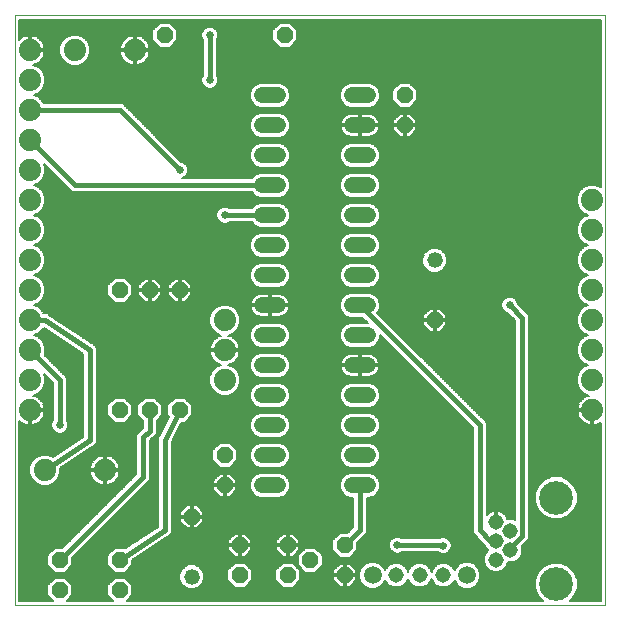
<source format=gbl>
G75*
%MOIN*%
%OFA0B0*%
%FSLAX25Y25*%
%IPPOS*%
%LPD*%
%AMOC8*
5,1,8,0,0,1.08239X$1,22.5*
%
%ADD10C,0.00000*%
%ADD11OC8,0.05200*%
%ADD12C,0.05200*%
%ADD13C,0.05150*%
%ADD14C,0.11220*%
%ADD15C,0.05200*%
%ADD16C,0.05937*%
%ADD17C,0.07400*%
%ADD18C,0.00600*%
%ADD19C,0.01600*%
%ADD20C,0.02578*%
D10*
X0005500Y0007548D02*
X0005500Y0204398D01*
X0202350Y0204398D01*
X0202350Y0007548D01*
X0005500Y0007548D01*
D11*
X0020500Y0012548D03*
X0020500Y0022548D03*
X0040500Y0022548D03*
X0040500Y0012548D03*
X0064500Y0037048D03*
X0075500Y0047548D03*
X0075500Y0057548D03*
X0060500Y0072548D03*
X0050500Y0072548D03*
X0040500Y0072548D03*
X0040500Y0112548D03*
X0050500Y0112548D03*
X0060500Y0112548D03*
X0135500Y0167548D03*
X0135500Y0177548D03*
X0095500Y0197548D03*
X0055500Y0197548D03*
X0145500Y0102548D03*
X0115500Y0027548D03*
X0115500Y0017548D03*
X0104000Y0022548D03*
X0096500Y0017548D03*
X0096500Y0027548D03*
X0080500Y0027548D03*
X0080500Y0017548D03*
D12*
X0064500Y0017048D03*
X0145500Y0122548D03*
D13*
X0165921Y0035347D03*
X0170646Y0032198D03*
X0165921Y0029048D03*
X0170646Y0025898D03*
X0165921Y0022749D03*
X0148374Y0017548D03*
X0140500Y0017548D03*
X0132626Y0017548D03*
D14*
X0186000Y0014678D03*
X0186000Y0043418D03*
D15*
X0123100Y0047548D02*
X0117900Y0047548D01*
X0117900Y0057548D02*
X0123100Y0057548D01*
X0123100Y0067548D02*
X0117900Y0067548D01*
X0117900Y0077548D02*
X0123100Y0077548D01*
X0123100Y0087548D02*
X0117900Y0087548D01*
X0117900Y0097548D02*
X0123100Y0097548D01*
X0123100Y0107548D02*
X0117900Y0107548D01*
X0117900Y0117548D02*
X0123100Y0117548D01*
X0123100Y0127548D02*
X0117900Y0127548D01*
X0117900Y0137548D02*
X0123100Y0137548D01*
X0123100Y0147548D02*
X0117900Y0147548D01*
X0117900Y0157548D02*
X0123100Y0157548D01*
X0123100Y0167548D02*
X0117900Y0167548D01*
X0117900Y0177548D02*
X0123100Y0177548D01*
X0093100Y0177548D02*
X0087900Y0177548D01*
X0087900Y0167548D02*
X0093100Y0167548D01*
X0093100Y0157548D02*
X0087900Y0157548D01*
X0087900Y0147548D02*
X0093100Y0147548D01*
X0093100Y0137548D02*
X0087900Y0137548D01*
X0087900Y0127548D02*
X0093100Y0127548D01*
X0093100Y0117548D02*
X0087900Y0117548D01*
X0087900Y0107548D02*
X0093100Y0107548D01*
X0093100Y0097548D02*
X0087900Y0097548D01*
X0087900Y0087548D02*
X0093100Y0087548D01*
X0093100Y0077548D02*
X0087900Y0077548D01*
X0087900Y0067548D02*
X0093100Y0067548D01*
X0093100Y0057548D02*
X0087900Y0057548D01*
X0087900Y0047548D02*
X0093100Y0047548D01*
D16*
X0124752Y0017548D03*
X0156248Y0017548D03*
D17*
X0198000Y0072548D03*
X0198000Y0082548D03*
X0198000Y0092548D03*
X0198000Y0102548D03*
X0198000Y0112548D03*
X0198000Y0122548D03*
X0198000Y0132548D03*
X0198000Y0142548D03*
X0075500Y0102548D03*
X0075500Y0092548D03*
X0075500Y0082548D03*
X0035500Y0052548D03*
X0015500Y0052548D03*
X0010500Y0072548D03*
X0010500Y0082548D03*
X0010500Y0092548D03*
X0010500Y0102548D03*
X0010500Y0112548D03*
X0010500Y0122548D03*
X0010500Y0132548D03*
X0010500Y0142548D03*
X0010500Y0152548D03*
X0010500Y0162548D03*
X0010500Y0172548D03*
X0010500Y0182548D03*
X0010500Y0192548D03*
X0025500Y0192548D03*
X0045500Y0192548D03*
D18*
X0045800Y0192488D02*
X0068200Y0192488D01*
X0068200Y0191890D02*
X0050458Y0191890D01*
X0050500Y0192155D02*
X0050500Y0192248D01*
X0045800Y0192248D01*
X0045800Y0187548D01*
X0045894Y0187548D01*
X0046671Y0187671D01*
X0047419Y0187914D01*
X0048121Y0188272D01*
X0048757Y0188734D01*
X0049314Y0189291D01*
X0049776Y0189927D01*
X0050134Y0190629D01*
X0050377Y0191377D01*
X0050500Y0192155D01*
X0050500Y0192848D02*
X0050500Y0192942D01*
X0050377Y0193719D01*
X0050134Y0194467D01*
X0049776Y0195169D01*
X0049314Y0195805D01*
X0048757Y0196362D01*
X0048121Y0196824D01*
X0047419Y0197182D01*
X0046671Y0197425D01*
X0045894Y0197548D01*
X0045800Y0197548D01*
X0045800Y0192848D01*
X0050500Y0192848D01*
X0050477Y0193087D02*
X0068200Y0193087D01*
X0068200Y0193685D02*
X0057435Y0193685D01*
X0057198Y0193448D02*
X0059600Y0195850D01*
X0059600Y0199246D01*
X0057198Y0201648D01*
X0053802Y0201648D01*
X0051400Y0199246D01*
X0051400Y0195850D01*
X0053802Y0193448D01*
X0057198Y0193448D01*
X0058034Y0194284D02*
X0068200Y0194284D01*
X0068200Y0194882D02*
X0058632Y0194882D01*
X0059231Y0195481D02*
X0068200Y0195481D01*
X0068200Y0195904D02*
X0068200Y0184192D01*
X0068136Y0184128D01*
X0067711Y0183103D01*
X0067711Y0181993D01*
X0068136Y0180968D01*
X0068920Y0180184D01*
X0069945Y0179759D01*
X0071055Y0179759D01*
X0072080Y0180184D01*
X0072864Y0180968D01*
X0073289Y0181993D01*
X0073289Y0183103D01*
X0072864Y0184128D01*
X0072800Y0184192D01*
X0072800Y0195904D01*
X0072864Y0195968D01*
X0073289Y0196993D01*
X0073289Y0198103D01*
X0072864Y0199128D01*
X0072080Y0199912D01*
X0071055Y0200337D01*
X0069945Y0200337D01*
X0068920Y0199912D01*
X0068136Y0199128D01*
X0067711Y0198103D01*
X0067711Y0196993D01*
X0068136Y0195968D01*
X0068200Y0195904D01*
X0068090Y0196079D02*
X0059600Y0196079D01*
X0059600Y0196678D02*
X0067842Y0196678D01*
X0067711Y0197276D02*
X0059600Y0197276D01*
X0059600Y0197875D02*
X0067711Y0197875D01*
X0067864Y0198473D02*
X0059600Y0198473D01*
X0059600Y0199072D02*
X0068112Y0199072D01*
X0068678Y0199670D02*
X0059176Y0199670D01*
X0058578Y0200269D02*
X0069780Y0200269D01*
X0071220Y0200269D02*
X0092422Y0200269D01*
X0091824Y0199670D02*
X0072322Y0199670D01*
X0072888Y0199072D02*
X0091400Y0199072D01*
X0091400Y0199246D02*
X0091400Y0195850D01*
X0093802Y0193448D01*
X0097198Y0193448D01*
X0099600Y0195850D01*
X0099600Y0199246D01*
X0097198Y0201648D01*
X0093802Y0201648D01*
X0091400Y0199246D01*
X0091400Y0198473D02*
X0073136Y0198473D01*
X0073289Y0197875D02*
X0091400Y0197875D01*
X0091400Y0197276D02*
X0073289Y0197276D01*
X0073158Y0196678D02*
X0091400Y0196678D01*
X0091400Y0196079D02*
X0072910Y0196079D01*
X0072800Y0195481D02*
X0091769Y0195481D01*
X0092368Y0194882D02*
X0072800Y0194882D01*
X0072800Y0194284D02*
X0092966Y0194284D01*
X0093565Y0193685D02*
X0072800Y0193685D01*
X0072800Y0193087D02*
X0200850Y0193087D01*
X0200850Y0193685D02*
X0097435Y0193685D01*
X0098034Y0194284D02*
X0200850Y0194284D01*
X0200850Y0194882D02*
X0098632Y0194882D01*
X0099231Y0195481D02*
X0200850Y0195481D01*
X0200850Y0196079D02*
X0099600Y0196079D01*
X0099600Y0196678D02*
X0200850Y0196678D01*
X0200850Y0197276D02*
X0099600Y0197276D01*
X0099600Y0197875D02*
X0200850Y0197875D01*
X0200850Y0198473D02*
X0099600Y0198473D01*
X0099600Y0199072D02*
X0200850Y0199072D01*
X0200850Y0199670D02*
X0099176Y0199670D01*
X0098578Y0200269D02*
X0200850Y0200269D01*
X0200850Y0200867D02*
X0097979Y0200867D01*
X0097381Y0201466D02*
X0200850Y0201466D01*
X0200850Y0202064D02*
X0007000Y0202064D01*
X0007000Y0202548D02*
X0200850Y0202548D01*
X0200850Y0146996D01*
X0199034Y0147748D01*
X0196966Y0147748D01*
X0195054Y0146956D01*
X0193592Y0145494D01*
X0192800Y0143582D01*
X0192800Y0141514D01*
X0193592Y0139602D01*
X0195054Y0138140D01*
X0196483Y0137548D01*
X0195054Y0136956D01*
X0193592Y0135494D01*
X0192800Y0133582D01*
X0192800Y0131514D01*
X0193592Y0129602D01*
X0195054Y0128140D01*
X0196483Y0127548D01*
X0195054Y0126956D01*
X0193592Y0125494D01*
X0192800Y0123582D01*
X0192800Y0121514D01*
X0193592Y0119602D01*
X0195054Y0118140D01*
X0196483Y0117548D01*
X0195054Y0116956D01*
X0193592Y0115494D01*
X0192800Y0113582D01*
X0192800Y0111514D01*
X0193592Y0109602D01*
X0195054Y0108140D01*
X0196483Y0107548D01*
X0195054Y0106956D01*
X0193592Y0105494D01*
X0192800Y0103582D01*
X0192800Y0101514D01*
X0176920Y0101514D01*
X0176920Y0100916D02*
X0193048Y0100916D01*
X0192800Y0101514D02*
X0193592Y0099602D01*
X0195054Y0098140D01*
X0196483Y0097548D01*
X0195054Y0096956D01*
X0193592Y0095494D01*
X0192800Y0093582D01*
X0192800Y0091514D01*
X0193592Y0089602D01*
X0195054Y0088140D01*
X0196483Y0087548D01*
X0195054Y0086956D01*
X0193592Y0085494D01*
X0192800Y0083582D01*
X0192800Y0081514D01*
X0193592Y0079602D01*
X0195054Y0078140D01*
X0196802Y0077416D01*
X0196081Y0077182D01*
X0195379Y0076824D01*
X0194743Y0076362D01*
X0194186Y0075805D01*
X0193724Y0075169D01*
X0193366Y0074467D01*
X0193123Y0073719D01*
X0193000Y0072942D01*
X0193000Y0072848D01*
X0197700Y0072848D01*
X0197700Y0072248D01*
X0198300Y0072248D01*
X0198300Y0067548D01*
X0198394Y0067548D01*
X0199171Y0067671D01*
X0199919Y0067914D01*
X0200621Y0068272D01*
X0200850Y0068439D01*
X0200850Y0009048D01*
X0190425Y0009048D01*
X0192028Y0010650D01*
X0193110Y0013264D01*
X0193110Y0016092D01*
X0192028Y0018706D01*
X0190028Y0020706D01*
X0187414Y0021788D01*
X0184586Y0021788D01*
X0181972Y0020706D01*
X0179972Y0018706D01*
X0178890Y0016092D01*
X0178890Y0013264D01*
X0179972Y0010650D01*
X0181575Y0009048D01*
X0042798Y0009048D01*
X0044600Y0010850D01*
X0044600Y0014246D01*
X0042198Y0016648D01*
X0038802Y0016648D01*
X0036400Y0014246D01*
X0036400Y0010850D01*
X0038202Y0009048D01*
X0022798Y0009048D01*
X0024600Y0010850D01*
X0024600Y0014246D01*
X0022198Y0016648D01*
X0018802Y0016648D01*
X0016400Y0014246D01*
X0016400Y0010850D01*
X0018202Y0009048D01*
X0007000Y0009048D01*
X0007000Y0068977D01*
X0007243Y0068734D01*
X0007879Y0068272D01*
X0008581Y0067914D01*
X0009329Y0067671D01*
X0010106Y0067548D01*
X0010200Y0067548D01*
X0010200Y0072248D01*
X0010800Y0072248D01*
X0010800Y0067548D01*
X0010894Y0067548D01*
X0011671Y0067671D01*
X0012419Y0067914D01*
X0013121Y0068272D01*
X0013757Y0068734D01*
X0014314Y0069291D01*
X0014776Y0069927D01*
X0015134Y0070629D01*
X0015377Y0071377D01*
X0015500Y0072155D01*
X0015500Y0072248D01*
X0010800Y0072248D01*
X0010800Y0072848D01*
X0015500Y0072848D01*
X0015500Y0072942D01*
X0015377Y0073719D01*
X0015134Y0074467D01*
X0014776Y0075169D01*
X0014314Y0075805D01*
X0013757Y0076362D01*
X0013121Y0076824D01*
X0012419Y0077182D01*
X0011698Y0077416D01*
X0013446Y0078140D01*
X0014908Y0079602D01*
X0015700Y0081514D01*
X0015700Y0083582D01*
X0015337Y0084458D01*
X0018200Y0081595D01*
X0018200Y0069192D01*
X0018136Y0069128D01*
X0017711Y0068103D01*
X0017711Y0066993D01*
X0018136Y0065968D01*
X0018920Y0065184D01*
X0019945Y0064759D01*
X0021055Y0064759D01*
X0022080Y0065184D01*
X0022864Y0065968D01*
X0023289Y0066993D01*
X0023289Y0068103D01*
X0022864Y0069128D01*
X0022800Y0069192D01*
X0022800Y0083501D01*
X0015433Y0090868D01*
X0015700Y0091514D01*
X0015700Y0093582D01*
X0014908Y0095494D01*
X0013446Y0096956D01*
X0012017Y0097548D01*
X0013446Y0098140D01*
X0014908Y0099602D01*
X0015095Y0100054D01*
X0028200Y0091317D01*
X0028200Y0063779D01*
X0018150Y0057079D01*
X0016534Y0057748D01*
X0014466Y0057748D01*
X0012554Y0056956D01*
X0011092Y0055494D01*
X0010300Y0053582D01*
X0010300Y0051514D01*
X0011092Y0049602D01*
X0012554Y0048140D01*
X0014466Y0047348D01*
X0016534Y0047348D01*
X0018446Y0048140D01*
X0019908Y0049602D01*
X0020700Y0051514D01*
X0020700Y0053250D01*
X0031196Y0060248D01*
X0031453Y0060248D01*
X0031965Y0060761D01*
X0032568Y0061163D01*
X0032619Y0061414D01*
X0046000Y0061414D01*
X0046000Y0060816D02*
X0032048Y0060816D01*
X0032619Y0061414D02*
X0032800Y0061595D01*
X0032800Y0062320D01*
X0032942Y0063031D01*
X0032800Y0063244D01*
X0032800Y0091852D01*
X0032942Y0092065D01*
X0032800Y0092776D01*
X0032800Y0093501D01*
X0032619Y0093682D01*
X0032568Y0093933D01*
X0031965Y0094335D01*
X0031453Y0094848D01*
X0031196Y0094848D01*
X0016965Y0104335D01*
X0016453Y0104848D01*
X0016196Y0104848D01*
X0015983Y0104990D01*
X0015272Y0104848D01*
X0015176Y0104848D01*
X0014908Y0105494D01*
X0013446Y0106956D01*
X0012017Y0107548D01*
X0013446Y0108140D01*
X0014908Y0109602D01*
X0015700Y0111514D01*
X0015700Y0113582D01*
X0014908Y0115494D01*
X0013446Y0116956D01*
X0012017Y0117548D01*
X0013446Y0118140D01*
X0014908Y0119602D01*
X0015700Y0121514D01*
X0015700Y0123582D01*
X0014908Y0125494D01*
X0013446Y0126956D01*
X0012017Y0127548D01*
X0013446Y0128140D01*
X0014908Y0129602D01*
X0015700Y0131514D01*
X0015700Y0133582D01*
X0014908Y0135494D01*
X0013446Y0136956D01*
X0012017Y0137548D01*
X0013446Y0138140D01*
X0014908Y0139602D01*
X0015700Y0141514D01*
X0015700Y0143582D01*
X0014908Y0145494D01*
X0013446Y0146956D01*
X0012017Y0147548D01*
X0013446Y0148140D01*
X0014908Y0149602D01*
X0015700Y0151514D01*
X0015700Y0153582D01*
X0015337Y0154458D01*
X0024547Y0145248D01*
X0084415Y0145248D01*
X0084424Y0145226D01*
X0085578Y0144072D01*
X0087084Y0143448D01*
X0093916Y0143448D01*
X0095422Y0144072D01*
X0096576Y0145226D01*
X0097200Y0146732D01*
X0097200Y0148364D01*
X0096576Y0149870D01*
X0095422Y0151024D01*
X0093916Y0151648D01*
X0087084Y0151648D01*
X0085578Y0151024D01*
X0084424Y0149870D01*
X0084415Y0149848D01*
X0061270Y0149848D01*
X0062080Y0150184D01*
X0062864Y0150968D01*
X0063289Y0151993D01*
X0063289Y0153103D01*
X0062864Y0154128D01*
X0062080Y0154912D01*
X0061055Y0155337D01*
X0060964Y0155337D01*
X0041453Y0174848D01*
X0015176Y0174848D01*
X0014908Y0175494D01*
X0013446Y0176956D01*
X0012017Y0177548D01*
X0013446Y0178140D01*
X0014908Y0179602D01*
X0015700Y0181514D01*
X0015700Y0183582D01*
X0014908Y0185494D01*
X0013446Y0186956D01*
X0011698Y0187680D01*
X0012419Y0187914D01*
X0013121Y0188272D01*
X0013757Y0188734D01*
X0014314Y0189291D01*
X0014776Y0189927D01*
X0015134Y0190629D01*
X0015377Y0191377D01*
X0015500Y0192155D01*
X0015500Y0192248D01*
X0010800Y0192248D01*
X0010800Y0192848D01*
X0015500Y0192848D01*
X0015500Y0192942D01*
X0015377Y0193719D01*
X0015134Y0194467D01*
X0014776Y0195169D01*
X0014314Y0195805D01*
X0013757Y0196362D01*
X0013121Y0196824D01*
X0012419Y0197182D01*
X0011671Y0197425D01*
X0010894Y0197548D01*
X0010800Y0197548D01*
X0010800Y0192848D01*
X0010200Y0192848D01*
X0010200Y0197548D01*
X0010106Y0197548D01*
X0009329Y0197425D01*
X0008581Y0197182D01*
X0007879Y0196824D01*
X0007243Y0196362D01*
X0007000Y0196119D01*
X0007000Y0202548D01*
X0007000Y0201466D02*
X0053619Y0201466D01*
X0053021Y0200867D02*
X0007000Y0200867D01*
X0007000Y0200269D02*
X0052422Y0200269D01*
X0051824Y0199670D02*
X0007000Y0199670D01*
X0007000Y0199072D02*
X0051400Y0199072D01*
X0051400Y0198473D02*
X0007000Y0198473D01*
X0007000Y0197875D02*
X0051400Y0197875D01*
X0051400Y0197276D02*
X0047129Y0197276D01*
X0045800Y0197276D02*
X0045200Y0197276D01*
X0045200Y0197548D02*
X0045106Y0197548D01*
X0044329Y0197425D01*
X0043581Y0197182D01*
X0042879Y0196824D01*
X0042243Y0196362D01*
X0041686Y0195805D01*
X0041224Y0195169D01*
X0040866Y0194467D01*
X0040623Y0193719D01*
X0040500Y0192942D01*
X0040500Y0192848D01*
X0045200Y0192848D01*
X0045200Y0192248D01*
X0045800Y0192248D01*
X0045800Y0192848D01*
X0045200Y0192848D01*
X0045200Y0197548D01*
X0045200Y0196678D02*
X0045800Y0196678D01*
X0045800Y0196079D02*
X0045200Y0196079D01*
X0045200Y0195481D02*
X0045800Y0195481D01*
X0045800Y0194882D02*
X0045200Y0194882D01*
X0045200Y0194284D02*
X0045800Y0194284D01*
X0045800Y0193685D02*
X0045200Y0193685D01*
X0045200Y0193087D02*
X0045800Y0193087D01*
X0045200Y0192488D02*
X0030700Y0192488D01*
X0030700Y0191890D02*
X0040542Y0191890D01*
X0040500Y0192155D02*
X0040623Y0191377D01*
X0040866Y0190629D01*
X0041224Y0189927D01*
X0041686Y0189291D01*
X0042243Y0188734D01*
X0042879Y0188272D01*
X0043581Y0187914D01*
X0044329Y0187671D01*
X0045106Y0187548D01*
X0045200Y0187548D01*
X0045200Y0192248D01*
X0040500Y0192248D01*
X0040500Y0192155D01*
X0040651Y0191291D02*
X0030608Y0191291D01*
X0030700Y0191514D02*
X0029908Y0189602D01*
X0028446Y0188140D01*
X0026534Y0187348D01*
X0024466Y0187348D01*
X0022554Y0188140D01*
X0021092Y0189602D01*
X0020300Y0191514D01*
X0020300Y0193582D01*
X0021092Y0195494D01*
X0022554Y0196956D01*
X0024466Y0197748D01*
X0026534Y0197748D01*
X0028446Y0196956D01*
X0029908Y0195494D01*
X0030700Y0193582D01*
X0030700Y0191514D01*
X0030360Y0190692D02*
X0040846Y0190692D01*
X0041139Y0190094D02*
X0030112Y0190094D01*
X0029801Y0189495D02*
X0041537Y0189495D01*
X0042080Y0188897D02*
X0029203Y0188897D01*
X0028604Y0188298D02*
X0042843Y0188298D01*
X0044241Y0187700D02*
X0027384Y0187700D01*
X0023616Y0187700D02*
X0011759Y0187700D01*
X0013095Y0187101D02*
X0068200Y0187101D01*
X0068200Y0186503D02*
X0013899Y0186503D01*
X0014498Y0185904D02*
X0068200Y0185904D01*
X0068200Y0185306D02*
X0014986Y0185306D01*
X0015234Y0184707D02*
X0068200Y0184707D01*
X0068128Y0184109D02*
X0015482Y0184109D01*
X0015700Y0183510D02*
X0067880Y0183510D01*
X0067711Y0182912D02*
X0015700Y0182912D01*
X0015700Y0182313D02*
X0067711Y0182313D01*
X0067826Y0181715D02*
X0015700Y0181715D01*
X0015535Y0181116D02*
X0068074Y0181116D01*
X0068586Y0180518D02*
X0015287Y0180518D01*
X0015040Y0179919D02*
X0069558Y0179919D01*
X0071442Y0179919D02*
X0084473Y0179919D01*
X0084424Y0179870D02*
X0083800Y0178364D01*
X0083800Y0176732D01*
X0084424Y0175226D01*
X0085578Y0174072D01*
X0087084Y0173448D01*
X0093916Y0173448D01*
X0095422Y0174072D01*
X0096576Y0175226D01*
X0097200Y0176732D01*
X0097200Y0178364D01*
X0096576Y0179870D01*
X0095422Y0181024D01*
X0093916Y0181648D01*
X0087084Y0181648D01*
X0085578Y0181024D01*
X0084424Y0179870D01*
X0084196Y0179321D02*
X0014627Y0179321D01*
X0014028Y0178722D02*
X0083949Y0178722D01*
X0083800Y0178124D02*
X0013407Y0178124D01*
X0013475Y0176927D02*
X0083800Y0176927D01*
X0083800Y0177525D02*
X0012072Y0177525D01*
X0014074Y0176328D02*
X0083967Y0176328D01*
X0084215Y0175730D02*
X0014672Y0175730D01*
X0015058Y0175131D02*
X0084519Y0175131D01*
X0085117Y0174533D02*
X0041768Y0174533D01*
X0042367Y0173934D02*
X0085911Y0173934D01*
X0086824Y0171540D02*
X0044761Y0171540D01*
X0045359Y0170942D02*
X0085495Y0170942D01*
X0085578Y0171024D02*
X0084424Y0169870D01*
X0083800Y0168364D01*
X0083800Y0166732D01*
X0084424Y0165226D01*
X0085578Y0164072D01*
X0087084Y0163448D01*
X0093916Y0163448D01*
X0095422Y0164072D01*
X0096576Y0165226D01*
X0097200Y0166732D01*
X0097200Y0168364D01*
X0096576Y0169870D01*
X0095422Y0171024D01*
X0093916Y0171648D01*
X0087084Y0171648D01*
X0085578Y0171024D01*
X0084897Y0170343D02*
X0045958Y0170343D01*
X0046556Y0169745D02*
X0084372Y0169745D01*
X0084124Y0169146D02*
X0047155Y0169146D01*
X0047753Y0168548D02*
X0083876Y0168548D01*
X0083800Y0167949D02*
X0048352Y0167949D01*
X0048950Y0167351D02*
X0083800Y0167351D01*
X0083800Y0166752D02*
X0049549Y0166752D01*
X0050147Y0166154D02*
X0084040Y0166154D01*
X0084288Y0165555D02*
X0050746Y0165555D01*
X0051344Y0164957D02*
X0084693Y0164957D01*
X0085292Y0164358D02*
X0051943Y0164358D01*
X0052541Y0163759D02*
X0086333Y0163759D01*
X0087084Y0161648D02*
X0085578Y0161024D01*
X0084424Y0159870D01*
X0083800Y0158364D01*
X0083800Y0156732D01*
X0084424Y0155226D01*
X0085578Y0154072D01*
X0087084Y0153448D01*
X0093916Y0153448D01*
X0095422Y0154072D01*
X0096576Y0155226D01*
X0097200Y0156732D01*
X0097200Y0158364D01*
X0096576Y0159870D01*
X0095422Y0161024D01*
X0093916Y0161648D01*
X0087084Y0161648D01*
X0086402Y0161365D02*
X0054935Y0161365D01*
X0055534Y0160767D02*
X0085321Y0160767D01*
X0084722Y0160168D02*
X0056132Y0160168D01*
X0056731Y0159570D02*
X0084300Y0159570D01*
X0084052Y0158971D02*
X0057329Y0158971D01*
X0057928Y0158373D02*
X0083804Y0158373D01*
X0083800Y0157774D02*
X0058526Y0157774D01*
X0059125Y0157176D02*
X0083800Y0157176D01*
X0083864Y0156577D02*
X0059723Y0156577D01*
X0060322Y0155979D02*
X0084112Y0155979D01*
X0084360Y0155380D02*
X0060920Y0155380D01*
X0062210Y0154782D02*
X0084868Y0154782D01*
X0085466Y0154183D02*
X0062809Y0154183D01*
X0063089Y0153585D02*
X0086754Y0153585D01*
X0085981Y0151191D02*
X0062957Y0151191D01*
X0063204Y0151789D02*
X0200850Y0151789D01*
X0200850Y0151191D02*
X0125019Y0151191D01*
X0125422Y0151024D02*
X0123916Y0151648D01*
X0117084Y0151648D01*
X0115578Y0151024D01*
X0114424Y0149870D01*
X0113800Y0148364D01*
X0113800Y0146732D01*
X0114424Y0145226D01*
X0115578Y0144072D01*
X0117084Y0143448D01*
X0123916Y0143448D01*
X0125422Y0144072D01*
X0126576Y0145226D01*
X0127200Y0146732D01*
X0127200Y0148364D01*
X0126576Y0149870D01*
X0125422Y0151024D01*
X0125854Y0150592D02*
X0200850Y0150592D01*
X0200850Y0149994D02*
X0126453Y0149994D01*
X0126773Y0149395D02*
X0200850Y0149395D01*
X0200850Y0148797D02*
X0127021Y0148797D01*
X0127200Y0148198D02*
X0200850Y0148198D01*
X0200850Y0147600D02*
X0199392Y0147600D01*
X0200837Y0147001D02*
X0200850Y0147001D01*
X0196608Y0147600D02*
X0127200Y0147600D01*
X0127200Y0147001D02*
X0195163Y0147001D01*
X0194501Y0146403D02*
X0127063Y0146403D01*
X0126815Y0145804D02*
X0193902Y0145804D01*
X0193472Y0145206D02*
X0126556Y0145206D01*
X0125957Y0144607D02*
X0193224Y0144607D01*
X0192977Y0144009D02*
X0125269Y0144009D01*
X0123996Y0141615D02*
X0192800Y0141615D01*
X0192800Y0142213D02*
X0015700Y0142213D01*
X0015700Y0141615D02*
X0087004Y0141615D01*
X0087084Y0141648D02*
X0085578Y0141024D01*
X0084424Y0139870D01*
X0084415Y0139848D01*
X0077144Y0139848D01*
X0077080Y0139912D01*
X0076055Y0140337D01*
X0074945Y0140337D01*
X0073920Y0139912D01*
X0073136Y0139128D01*
X0072711Y0138103D01*
X0072711Y0136993D01*
X0073136Y0135968D01*
X0073920Y0135184D01*
X0074945Y0134759D01*
X0076055Y0134759D01*
X0077080Y0135184D01*
X0077144Y0135248D01*
X0084415Y0135248D01*
X0084424Y0135226D01*
X0085578Y0134072D01*
X0087084Y0133448D01*
X0093916Y0133448D01*
X0095422Y0134072D01*
X0096576Y0135226D01*
X0097200Y0136732D01*
X0097200Y0138364D01*
X0096576Y0139870D01*
X0095422Y0141024D01*
X0093916Y0141648D01*
X0087084Y0141648D01*
X0085570Y0141016D02*
X0015494Y0141016D01*
X0015246Y0140418D02*
X0084971Y0140418D01*
X0085731Y0144009D02*
X0015523Y0144009D01*
X0015700Y0143410D02*
X0192800Y0143410D01*
X0192800Y0142812D02*
X0015700Y0142812D01*
X0015276Y0144607D02*
X0085043Y0144607D01*
X0084444Y0145206D02*
X0015028Y0145206D01*
X0014598Y0145804D02*
X0023991Y0145804D01*
X0023393Y0146403D02*
X0013999Y0146403D01*
X0013337Y0147001D02*
X0022794Y0147001D01*
X0022196Y0147600D02*
X0012142Y0147600D01*
X0013504Y0148198D02*
X0021597Y0148198D01*
X0020999Y0148797D02*
X0014103Y0148797D01*
X0014701Y0149395D02*
X0020400Y0149395D01*
X0019802Y0149994D02*
X0015070Y0149994D01*
X0015318Y0150592D02*
X0019203Y0150592D01*
X0018605Y0151191D02*
X0015566Y0151191D01*
X0015700Y0151789D02*
X0018006Y0151789D01*
X0017408Y0152388D02*
X0015700Y0152388D01*
X0015700Y0152986D02*
X0016809Y0152986D01*
X0016211Y0153585D02*
X0015699Y0153585D01*
X0015612Y0154183D02*
X0015451Y0154183D01*
X0014998Y0139819D02*
X0073827Y0139819D01*
X0073228Y0139221D02*
X0014526Y0139221D01*
X0013928Y0138622D02*
X0072926Y0138622D01*
X0072711Y0138023D02*
X0013165Y0138023D01*
X0012314Y0137425D02*
X0072711Y0137425D01*
X0072780Y0136826D02*
X0013575Y0136826D01*
X0014174Y0136228D02*
X0073028Y0136228D01*
X0073474Y0135629D02*
X0014772Y0135629D01*
X0015100Y0135031D02*
X0074289Y0135031D01*
X0076711Y0135031D02*
X0084619Y0135031D01*
X0085217Y0134432D02*
X0015348Y0134432D01*
X0015596Y0133834D02*
X0086153Y0133834D01*
X0087084Y0131648D02*
X0085578Y0131024D01*
X0084424Y0129870D01*
X0083800Y0128364D01*
X0083800Y0126732D01*
X0084424Y0125226D01*
X0085578Y0124072D01*
X0087084Y0123448D01*
X0093916Y0123448D01*
X0095422Y0124072D01*
X0096576Y0125226D01*
X0097200Y0126732D01*
X0097200Y0128364D01*
X0096576Y0129870D01*
X0095422Y0131024D01*
X0093916Y0131648D01*
X0087084Y0131648D01*
X0086582Y0131440D02*
X0015669Y0131440D01*
X0015700Y0132038D02*
X0192800Y0132038D01*
X0192800Y0132637D02*
X0015700Y0132637D01*
X0015700Y0133235D02*
X0192800Y0133235D01*
X0192904Y0133834D02*
X0124847Y0133834D01*
X0125422Y0134072D02*
X0126576Y0135226D01*
X0127200Y0136732D01*
X0127200Y0138364D01*
X0126576Y0139870D01*
X0125422Y0141024D01*
X0123916Y0141648D01*
X0117084Y0141648D01*
X0115578Y0141024D01*
X0114424Y0139870D01*
X0113800Y0138364D01*
X0113800Y0136732D01*
X0114424Y0135226D01*
X0115578Y0134072D01*
X0117084Y0133448D01*
X0123916Y0133448D01*
X0125422Y0134072D01*
X0125783Y0134432D02*
X0193152Y0134432D01*
X0193400Y0135031D02*
X0126381Y0135031D01*
X0126743Y0135629D02*
X0193728Y0135629D01*
X0194326Y0136228D02*
X0126991Y0136228D01*
X0127200Y0136826D02*
X0194925Y0136826D01*
X0195335Y0138023D02*
X0127200Y0138023D01*
X0127200Y0137425D02*
X0196186Y0137425D01*
X0194572Y0138622D02*
X0127093Y0138622D01*
X0126845Y0139221D02*
X0193974Y0139221D01*
X0193502Y0139819D02*
X0126597Y0139819D01*
X0126029Y0140418D02*
X0193254Y0140418D01*
X0193006Y0141016D02*
X0125430Y0141016D01*
X0117004Y0141615D02*
X0093996Y0141615D01*
X0095430Y0141016D02*
X0115570Y0141016D01*
X0114971Y0140418D02*
X0096029Y0140418D01*
X0096597Y0139819D02*
X0114403Y0139819D01*
X0114155Y0139221D02*
X0096845Y0139221D01*
X0097093Y0138622D02*
X0113907Y0138622D01*
X0113800Y0138023D02*
X0097200Y0138023D01*
X0097200Y0137425D02*
X0113800Y0137425D01*
X0113800Y0136826D02*
X0097200Y0136826D01*
X0096991Y0136228D02*
X0114009Y0136228D01*
X0114257Y0135629D02*
X0096743Y0135629D01*
X0096381Y0135031D02*
X0114619Y0135031D01*
X0115217Y0134432D02*
X0095783Y0134432D01*
X0094847Y0133834D02*
X0116153Y0133834D01*
X0117084Y0131648D02*
X0115578Y0131024D01*
X0114424Y0129870D01*
X0113800Y0128364D01*
X0113800Y0126732D01*
X0114424Y0125226D01*
X0115578Y0124072D01*
X0117084Y0123448D01*
X0123916Y0123448D01*
X0125422Y0124072D01*
X0126576Y0125226D01*
X0127200Y0126732D01*
X0127200Y0128364D01*
X0126576Y0129870D01*
X0125422Y0131024D01*
X0123916Y0131648D01*
X0117084Y0131648D01*
X0116582Y0131440D02*
X0094418Y0131440D01*
X0095605Y0130841D02*
X0115395Y0130841D01*
X0114797Y0130243D02*
X0096203Y0130243D01*
X0096669Y0129644D02*
X0114331Y0129644D01*
X0114083Y0129046D02*
X0096917Y0129046D01*
X0097165Y0128447D02*
X0113835Y0128447D01*
X0113800Y0127849D02*
X0097200Y0127849D01*
X0097200Y0127250D02*
X0113800Y0127250D01*
X0113833Y0126652D02*
X0097167Y0126652D01*
X0096919Y0126053D02*
X0114081Y0126053D01*
X0114329Y0125455D02*
X0096671Y0125455D01*
X0096206Y0124856D02*
X0114794Y0124856D01*
X0115392Y0124258D02*
X0095608Y0124258D01*
X0094425Y0123659D02*
X0116575Y0123659D01*
X0117084Y0121648D02*
X0115578Y0121024D01*
X0114424Y0119870D01*
X0113800Y0118364D01*
X0113800Y0116732D01*
X0114424Y0115226D01*
X0115578Y0114072D01*
X0117084Y0113448D01*
X0123916Y0113448D01*
X0125422Y0114072D01*
X0126576Y0115226D01*
X0127200Y0116732D01*
X0127200Y0118364D01*
X0126576Y0119870D01*
X0125422Y0121024D01*
X0123916Y0121648D01*
X0117084Y0121648D01*
X0116160Y0121265D02*
X0094840Y0121265D01*
X0095422Y0121024D02*
X0093916Y0121648D01*
X0087084Y0121648D01*
X0085578Y0121024D01*
X0084424Y0119870D01*
X0083800Y0118364D01*
X0083800Y0116732D01*
X0084424Y0115226D01*
X0085578Y0114072D01*
X0087084Y0113448D01*
X0093916Y0113448D01*
X0095422Y0114072D01*
X0096576Y0115226D01*
X0097200Y0116732D01*
X0097200Y0118364D01*
X0096576Y0119870D01*
X0095422Y0121024D01*
X0095780Y0120667D02*
X0115220Y0120667D01*
X0114622Y0120068D02*
X0096378Y0120068D01*
X0096742Y0119470D02*
X0114258Y0119470D01*
X0114010Y0118871D02*
X0096990Y0118871D01*
X0097200Y0118273D02*
X0113800Y0118273D01*
X0113800Y0117674D02*
X0097200Y0117674D01*
X0097200Y0117076D02*
X0113800Y0117076D01*
X0113906Y0116477D02*
X0097094Y0116477D01*
X0096846Y0115879D02*
X0114154Y0115879D01*
X0114402Y0115280D02*
X0096598Y0115280D01*
X0096032Y0114682D02*
X0114968Y0114682D01*
X0115567Y0114083D02*
X0095433Y0114083D01*
X0094004Y0113485D02*
X0116996Y0113485D01*
X0117084Y0111648D02*
X0115578Y0111024D01*
X0114424Y0109870D01*
X0113800Y0108364D01*
X0113800Y0106732D01*
X0114424Y0105226D01*
X0115578Y0104072D01*
X0117084Y0103448D01*
X0121347Y0103448D01*
X0123147Y0101648D01*
X0117084Y0101648D01*
X0115578Y0101024D01*
X0114424Y0099870D01*
X0113800Y0098364D01*
X0113800Y0096732D01*
X0114424Y0095226D01*
X0115578Y0094072D01*
X0117084Y0093448D01*
X0123916Y0093448D01*
X0125422Y0094072D01*
X0126576Y0095226D01*
X0127200Y0096732D01*
X0127200Y0097595D01*
X0158200Y0066595D01*
X0158200Y0031595D01*
X0161700Y0028095D01*
X0162051Y0027745D01*
X0162467Y0026740D01*
X0163308Y0025898D01*
X0162467Y0025057D01*
X0161846Y0023559D01*
X0161846Y0021938D01*
X0162467Y0020441D01*
X0163613Y0019294D01*
X0165111Y0018674D01*
X0166732Y0018674D01*
X0168229Y0019294D01*
X0169376Y0020441D01*
X0169949Y0021824D01*
X0171456Y0021824D01*
X0172954Y0022444D01*
X0174100Y0023590D01*
X0174720Y0025088D01*
X0174720Y0026709D01*
X0174518Y0027197D01*
X0175573Y0028251D01*
X0176920Y0029599D01*
X0176920Y0104380D01*
X0173289Y0108012D01*
X0173289Y0108103D01*
X0172864Y0109128D01*
X0172080Y0109912D01*
X0171055Y0110337D01*
X0169945Y0110337D01*
X0168920Y0109912D01*
X0168136Y0109128D01*
X0167711Y0108103D01*
X0167711Y0106993D01*
X0168136Y0105968D01*
X0168920Y0105184D01*
X0169945Y0104759D01*
X0170036Y0104759D01*
X0172320Y0102475D01*
X0172320Y0035914D01*
X0171456Y0036272D01*
X0169835Y0036272D01*
X0169699Y0036216D01*
X0169647Y0036477D01*
X0169355Y0037183D01*
X0168931Y0037817D01*
X0168391Y0038357D01*
X0167757Y0038781D01*
X0167051Y0039073D01*
X0166303Y0039222D01*
X0166221Y0039222D01*
X0166221Y0035647D01*
X0165621Y0035647D01*
X0165621Y0039222D01*
X0165540Y0039222D01*
X0164791Y0039073D01*
X0164086Y0038781D01*
X0163451Y0038357D01*
X0162912Y0037817D01*
X0162800Y0037650D01*
X0162800Y0068501D01*
X0161453Y0069848D01*
X0126325Y0104975D01*
X0126576Y0105226D01*
X0127200Y0106732D01*
X0127200Y0108364D01*
X0126576Y0109870D01*
X0125422Y0111024D01*
X0123916Y0111648D01*
X0117084Y0111648D01*
X0115738Y0111090D02*
X0094739Y0111090D01*
X0094947Y0111004D02*
X0094238Y0111298D01*
X0093484Y0111448D01*
X0090800Y0111448D01*
X0090800Y0107848D01*
X0097000Y0107848D01*
X0097000Y0107932D01*
X0096850Y0108686D01*
X0096556Y0109395D01*
X0096129Y0110034D01*
X0095586Y0110577D01*
X0094947Y0111004D01*
X0095671Y0110492D02*
X0115046Y0110492D01*
X0114447Y0109893D02*
X0096223Y0109893D01*
X0096598Y0109295D02*
X0114186Y0109295D01*
X0113938Y0108696D02*
X0096846Y0108696D01*
X0096967Y0108098D02*
X0113800Y0108098D01*
X0113800Y0107499D02*
X0090800Y0107499D01*
X0090800Y0107248D02*
X0090800Y0107848D01*
X0090200Y0107848D01*
X0090200Y0107248D01*
X0090800Y0107248D01*
X0090800Y0103648D01*
X0093484Y0103648D01*
X0094238Y0103798D01*
X0094947Y0104092D01*
X0095586Y0104519D01*
X0096129Y0105062D01*
X0096556Y0105701D01*
X0096850Y0106410D01*
X0097000Y0107164D01*
X0097000Y0107248D01*
X0090800Y0107248D01*
X0090800Y0106901D02*
X0090200Y0106901D01*
X0090200Y0107248D02*
X0090200Y0103648D01*
X0087516Y0103648D01*
X0086762Y0103798D01*
X0086053Y0104092D01*
X0085414Y0104519D01*
X0084871Y0105062D01*
X0084444Y0105701D01*
X0084150Y0106410D01*
X0084000Y0107164D01*
X0084000Y0107248D01*
X0090200Y0107248D01*
X0090200Y0107499D02*
X0077135Y0107499D01*
X0076534Y0107748D02*
X0074466Y0107748D01*
X0072554Y0106956D01*
X0071092Y0105494D01*
X0070300Y0103582D01*
X0070300Y0101514D01*
X0021197Y0101514D01*
X0022095Y0100916D02*
X0070548Y0100916D01*
X0070300Y0101514D02*
X0071092Y0099602D01*
X0072554Y0098140D01*
X0074302Y0097416D01*
X0073581Y0097182D01*
X0072879Y0096824D01*
X0072243Y0096362D01*
X0071686Y0095805D01*
X0071224Y0095169D01*
X0070866Y0094467D01*
X0070623Y0093719D01*
X0070500Y0092942D01*
X0070500Y0092848D01*
X0075200Y0092848D01*
X0075200Y0092248D01*
X0070500Y0092248D01*
X0070500Y0092155D01*
X0070623Y0091377D01*
X0070866Y0090629D01*
X0071224Y0089927D01*
X0071686Y0089291D01*
X0072243Y0088734D01*
X0072879Y0088272D01*
X0073581Y0087914D01*
X0074302Y0087680D01*
X0072554Y0086956D01*
X0071092Y0085494D01*
X0070300Y0083582D01*
X0070300Y0081514D01*
X0071092Y0079602D01*
X0072554Y0078140D01*
X0074466Y0077348D01*
X0076534Y0077348D01*
X0078446Y0078140D01*
X0079908Y0079602D01*
X0080700Y0081514D01*
X0080700Y0083582D01*
X0079908Y0085494D01*
X0078446Y0086956D01*
X0076698Y0087680D01*
X0077419Y0087914D01*
X0078121Y0088272D01*
X0078757Y0088734D01*
X0079314Y0089291D01*
X0079776Y0089927D01*
X0080134Y0090629D01*
X0080377Y0091377D01*
X0080500Y0092155D01*
X0080500Y0092248D01*
X0075800Y0092248D01*
X0075800Y0092848D01*
X0080500Y0092848D01*
X0080500Y0092942D01*
X0080377Y0093719D01*
X0080134Y0094467D01*
X0079776Y0095169D01*
X0079314Y0095805D01*
X0078757Y0096362D01*
X0078121Y0096824D01*
X0077419Y0097182D01*
X0076698Y0097416D01*
X0078446Y0098140D01*
X0079908Y0099602D01*
X0080700Y0101514D01*
X0086762Y0101514D01*
X0087084Y0101648D02*
X0085578Y0101024D01*
X0084424Y0099870D01*
X0083800Y0098364D01*
X0083800Y0096732D01*
X0084424Y0095226D01*
X0085578Y0094072D01*
X0087084Y0093448D01*
X0093916Y0093448D01*
X0095422Y0094072D01*
X0096576Y0095226D01*
X0097200Y0096732D01*
X0097200Y0098364D01*
X0096576Y0099870D01*
X0095422Y0101024D01*
X0093916Y0101648D01*
X0087084Y0101648D01*
X0085470Y0100916D02*
X0080452Y0100916D01*
X0080700Y0101514D02*
X0080700Y0103582D01*
X0079908Y0105494D01*
X0078446Y0106956D01*
X0076534Y0107748D01*
X0078501Y0106901D02*
X0084052Y0106901D01*
X0084195Y0106302D02*
X0079100Y0106302D01*
X0079698Y0105704D02*
X0084443Y0105704D01*
X0084842Y0105105D02*
X0080069Y0105105D01*
X0080317Y0104507D02*
X0085432Y0104507D01*
X0086496Y0103908D02*
X0080565Y0103908D01*
X0080700Y0103310D02*
X0121485Y0103310D01*
X0122084Y0102711D02*
X0080700Y0102711D01*
X0080700Y0102113D02*
X0122683Y0102113D01*
X0126794Y0104507D02*
X0141943Y0104507D01*
X0141600Y0104163D02*
X0141600Y0102848D01*
X0145200Y0102848D01*
X0145200Y0102248D01*
X0145800Y0102248D01*
X0145800Y0098648D01*
X0147115Y0098648D01*
X0149400Y0100933D01*
X0149400Y0102248D01*
X0145800Y0102248D01*
X0145800Y0102848D01*
X0149400Y0102848D01*
X0149400Y0104163D01*
X0147115Y0106448D01*
X0145800Y0106448D01*
X0145800Y0102848D01*
X0145200Y0102848D01*
X0145200Y0106448D01*
X0143885Y0106448D01*
X0141600Y0104163D01*
X0141600Y0103908D02*
X0127392Y0103908D01*
X0127991Y0103310D02*
X0141600Y0103310D01*
X0141600Y0102248D02*
X0141600Y0100933D01*
X0143885Y0098648D01*
X0145200Y0098648D01*
X0145200Y0102248D01*
X0141600Y0102248D01*
X0141600Y0102113D02*
X0129188Y0102113D01*
X0128589Y0102711D02*
X0145200Y0102711D01*
X0145200Y0102113D02*
X0145800Y0102113D01*
X0145800Y0102711D02*
X0172084Y0102711D01*
X0172320Y0102113D02*
X0149400Y0102113D01*
X0149400Y0101514D02*
X0172320Y0101514D01*
X0172320Y0100916D02*
X0149383Y0100916D01*
X0148785Y0100317D02*
X0172320Y0100317D01*
X0172320Y0099719D02*
X0148186Y0099719D01*
X0147588Y0099120D02*
X0172320Y0099120D01*
X0172320Y0098522D02*
X0132779Y0098522D01*
X0132180Y0099120D02*
X0143412Y0099120D01*
X0142814Y0099719D02*
X0131582Y0099719D01*
X0130983Y0100317D02*
X0142215Y0100317D01*
X0141617Y0100916D02*
X0130385Y0100916D01*
X0129786Y0101514D02*
X0141600Y0101514D01*
X0145200Y0101514D02*
X0145800Y0101514D01*
X0145800Y0100916D02*
X0145200Y0100916D01*
X0145200Y0100317D02*
X0145800Y0100317D01*
X0145800Y0099719D02*
X0145200Y0099719D01*
X0145200Y0099120D02*
X0145800Y0099120D01*
X0145800Y0103310D02*
X0145200Y0103310D01*
X0145200Y0103908D02*
X0145800Y0103908D01*
X0145800Y0104507D02*
X0145200Y0104507D01*
X0145200Y0105105D02*
X0145800Y0105105D01*
X0145800Y0105704D02*
X0145200Y0105704D01*
X0145200Y0106302D02*
X0145800Y0106302D01*
X0147261Y0106302D02*
X0167997Y0106302D01*
X0167749Y0106901D02*
X0127200Y0106901D01*
X0127200Y0107499D02*
X0167711Y0107499D01*
X0167711Y0108098D02*
X0127200Y0108098D01*
X0127062Y0108696D02*
X0167957Y0108696D01*
X0168303Y0109295D02*
X0126814Y0109295D01*
X0126553Y0109893D02*
X0168901Y0109893D01*
X0172099Y0109893D02*
X0193471Y0109893D01*
X0193223Y0110492D02*
X0125954Y0110492D01*
X0125262Y0111090D02*
X0192975Y0111090D01*
X0192800Y0111689D02*
X0064400Y0111689D01*
X0064400Y0112248D02*
X0060800Y0112248D01*
X0060800Y0108648D01*
X0062115Y0108648D01*
X0064400Y0110933D01*
X0064400Y0112248D01*
X0064400Y0112848D02*
X0064400Y0114163D01*
X0062115Y0116448D01*
X0060800Y0116448D01*
X0060800Y0112848D01*
X0064400Y0112848D01*
X0064400Y0112886D02*
X0192800Y0112886D01*
X0192800Y0112288D02*
X0060800Y0112288D01*
X0060800Y0112248D02*
X0060800Y0112848D01*
X0060200Y0112848D01*
X0060200Y0112248D01*
X0060800Y0112248D01*
X0060800Y0111689D02*
X0060200Y0111689D01*
X0060200Y0112248D02*
X0060200Y0108648D01*
X0058885Y0108648D01*
X0056600Y0110933D01*
X0056600Y0112248D01*
X0060200Y0112248D01*
X0060200Y0112288D02*
X0050800Y0112288D01*
X0050800Y0112248D02*
X0050800Y0112848D01*
X0054400Y0112848D01*
X0054400Y0114163D01*
X0052115Y0116448D01*
X0050800Y0116448D01*
X0050800Y0112848D01*
X0050200Y0112848D01*
X0050200Y0112248D01*
X0050800Y0112248D01*
X0050800Y0108648D01*
X0052115Y0108648D01*
X0054400Y0110933D01*
X0054400Y0112248D01*
X0050800Y0112248D01*
X0050800Y0111689D02*
X0050200Y0111689D01*
X0050200Y0112248D02*
X0050200Y0108648D01*
X0048885Y0108648D01*
X0046600Y0110933D01*
X0046600Y0112248D01*
X0050200Y0112248D01*
X0050200Y0112288D02*
X0044600Y0112288D01*
X0044600Y0112886D02*
X0046600Y0112886D01*
X0046600Y0112848D02*
X0050200Y0112848D01*
X0050200Y0116448D01*
X0048885Y0116448D01*
X0046600Y0114163D01*
X0046600Y0112848D01*
X0046600Y0113485D02*
X0044600Y0113485D01*
X0044600Y0114083D02*
X0046600Y0114083D01*
X0047118Y0114682D02*
X0044165Y0114682D01*
X0044600Y0114246D02*
X0042198Y0116648D01*
X0038802Y0116648D01*
X0036400Y0114246D01*
X0036400Y0110850D01*
X0038802Y0108448D01*
X0042198Y0108448D01*
X0044600Y0110850D01*
X0044600Y0114246D01*
X0043566Y0115280D02*
X0047717Y0115280D01*
X0048315Y0115879D02*
X0042968Y0115879D01*
X0042369Y0116477D02*
X0083906Y0116477D01*
X0083800Y0117076D02*
X0013158Y0117076D01*
X0013925Y0116477D02*
X0038631Y0116477D01*
X0038032Y0115879D02*
X0014523Y0115879D01*
X0014997Y0115280D02*
X0037434Y0115280D01*
X0036835Y0114682D02*
X0015245Y0114682D01*
X0015493Y0114083D02*
X0036400Y0114083D01*
X0036400Y0113485D02*
X0015700Y0113485D01*
X0015700Y0112886D02*
X0036400Y0112886D01*
X0036400Y0112288D02*
X0015700Y0112288D01*
X0015700Y0111689D02*
X0036400Y0111689D01*
X0036400Y0111090D02*
X0015525Y0111090D01*
X0015277Y0110492D02*
X0036758Y0110492D01*
X0037356Y0109893D02*
X0015029Y0109893D01*
X0014601Y0109295D02*
X0037955Y0109295D01*
X0038553Y0108696D02*
X0014002Y0108696D01*
X0013345Y0108098D02*
X0084033Y0108098D01*
X0084000Y0107932D02*
X0084000Y0107848D01*
X0090200Y0107848D01*
X0090200Y0111448D01*
X0087516Y0111448D01*
X0086762Y0111298D01*
X0086053Y0111004D01*
X0085414Y0110577D01*
X0084871Y0110034D01*
X0084444Y0109395D01*
X0084150Y0108686D01*
X0084000Y0107932D01*
X0084154Y0108696D02*
X0062164Y0108696D01*
X0062762Y0109295D02*
X0084402Y0109295D01*
X0084777Y0109893D02*
X0063361Y0109893D01*
X0063959Y0110492D02*
X0085329Y0110492D01*
X0086261Y0111090D02*
X0064400Y0111090D01*
X0064400Y0113485D02*
X0086996Y0113485D01*
X0085567Y0114083D02*
X0064400Y0114083D01*
X0063882Y0114682D02*
X0084968Y0114682D01*
X0084402Y0115280D02*
X0063283Y0115280D01*
X0062685Y0115879D02*
X0084154Y0115879D01*
X0083800Y0117674D02*
X0012322Y0117674D01*
X0013579Y0118273D02*
X0083800Y0118273D01*
X0084010Y0118871D02*
X0014177Y0118871D01*
X0014776Y0119470D02*
X0084258Y0119470D01*
X0084622Y0120068D02*
X0015101Y0120068D01*
X0015349Y0120667D02*
X0085220Y0120667D01*
X0086160Y0121265D02*
X0015597Y0121265D01*
X0015700Y0121864D02*
X0141400Y0121864D01*
X0141400Y0121732D02*
X0142024Y0120226D01*
X0143178Y0119072D01*
X0144684Y0118448D01*
X0146316Y0118448D01*
X0147822Y0119072D01*
X0148976Y0120226D01*
X0149600Y0121732D01*
X0149600Y0123364D01*
X0148976Y0124870D01*
X0147822Y0126024D01*
X0146316Y0126648D01*
X0144684Y0126648D01*
X0143178Y0126024D01*
X0142024Y0124870D01*
X0141400Y0123364D01*
X0141400Y0121732D01*
X0141594Y0121265D02*
X0124840Y0121265D01*
X0125780Y0120667D02*
X0141841Y0120667D01*
X0142182Y0120068D02*
X0126378Y0120068D01*
X0126742Y0119470D02*
X0142780Y0119470D01*
X0143663Y0118871D02*
X0126990Y0118871D01*
X0127200Y0118273D02*
X0194921Y0118273D01*
X0194323Y0118871D02*
X0147337Y0118871D01*
X0148220Y0119470D02*
X0193724Y0119470D01*
X0193399Y0120068D02*
X0148818Y0120068D01*
X0149159Y0120667D02*
X0193151Y0120667D01*
X0192903Y0121265D02*
X0149406Y0121265D01*
X0149600Y0121864D02*
X0192800Y0121864D01*
X0192800Y0122462D02*
X0149600Y0122462D01*
X0149600Y0123061D02*
X0192800Y0123061D01*
X0192832Y0123659D02*
X0149478Y0123659D01*
X0149230Y0124258D02*
X0193080Y0124258D01*
X0193328Y0124856D02*
X0148982Y0124856D01*
X0148392Y0125455D02*
X0193576Y0125455D01*
X0194151Y0126053D02*
X0147751Y0126053D01*
X0143249Y0126053D02*
X0126919Y0126053D01*
X0126671Y0125455D02*
X0142608Y0125455D01*
X0142018Y0124856D02*
X0126206Y0124856D01*
X0125608Y0124258D02*
X0141770Y0124258D01*
X0141522Y0123659D02*
X0124425Y0123659D01*
X0127167Y0126652D02*
X0194750Y0126652D01*
X0195764Y0127250D02*
X0127200Y0127250D01*
X0127200Y0127849D02*
X0195757Y0127849D01*
X0194747Y0128447D02*
X0127165Y0128447D01*
X0126917Y0129046D02*
X0194148Y0129046D01*
X0193574Y0129644D02*
X0126669Y0129644D01*
X0126203Y0130243D02*
X0193326Y0130243D01*
X0193078Y0130841D02*
X0125605Y0130841D01*
X0124418Y0131440D02*
X0192831Y0131440D01*
X0196178Y0117674D02*
X0127200Y0117674D01*
X0127200Y0117076D02*
X0195342Y0117076D01*
X0194575Y0116477D02*
X0127094Y0116477D01*
X0126846Y0115879D02*
X0193977Y0115879D01*
X0193503Y0115280D02*
X0126598Y0115280D01*
X0126032Y0114682D02*
X0193255Y0114682D01*
X0193007Y0114083D02*
X0125433Y0114083D01*
X0124004Y0113485D02*
X0192800Y0113485D01*
X0193899Y0109295D02*
X0172697Y0109295D01*
X0173043Y0108696D02*
X0194498Y0108696D01*
X0195155Y0108098D02*
X0173289Y0108098D01*
X0173801Y0107499D02*
X0196366Y0107499D01*
X0194999Y0106901D02*
X0174400Y0106901D01*
X0174998Y0106302D02*
X0194400Y0106302D01*
X0193802Y0105704D02*
X0175597Y0105704D01*
X0176195Y0105105D02*
X0193431Y0105105D01*
X0193183Y0104507D02*
X0176794Y0104507D01*
X0176920Y0103908D02*
X0192935Y0103908D01*
X0192800Y0103310D02*
X0176920Y0103310D01*
X0176920Y0102711D02*
X0192800Y0102711D01*
X0192800Y0102113D02*
X0176920Y0102113D01*
X0176920Y0100317D02*
X0193296Y0100317D01*
X0193543Y0099719D02*
X0176920Y0099719D01*
X0176920Y0099120D02*
X0194074Y0099120D01*
X0194672Y0098522D02*
X0176920Y0098522D01*
X0176920Y0097923D02*
X0195577Y0097923D01*
X0195944Y0097325D02*
X0176920Y0097325D01*
X0176920Y0096726D02*
X0194824Y0096726D01*
X0194226Y0096128D02*
X0176920Y0096128D01*
X0176920Y0095529D02*
X0193627Y0095529D01*
X0193358Y0094931D02*
X0176920Y0094931D01*
X0176920Y0094332D02*
X0193111Y0094332D01*
X0192863Y0093734D02*
X0176920Y0093734D01*
X0176920Y0093135D02*
X0192800Y0093135D01*
X0192800Y0092537D02*
X0176920Y0092537D01*
X0176920Y0091938D02*
X0192800Y0091938D01*
X0192872Y0091340D02*
X0176920Y0091340D01*
X0176920Y0090741D02*
X0193120Y0090741D01*
X0193368Y0090143D02*
X0176920Y0090143D01*
X0176920Y0089544D02*
X0193650Y0089544D01*
X0194249Y0088946D02*
X0176920Y0088946D01*
X0176920Y0088347D02*
X0194847Y0088347D01*
X0195999Y0087749D02*
X0176920Y0087749D01*
X0176920Y0087150D02*
X0195522Y0087150D01*
X0194650Y0086552D02*
X0176920Y0086552D01*
X0176920Y0085953D02*
X0194051Y0085953D01*
X0193534Y0085355D02*
X0176920Y0085355D01*
X0176920Y0084756D02*
X0193286Y0084756D01*
X0193038Y0084157D02*
X0176920Y0084157D01*
X0176920Y0083559D02*
X0192800Y0083559D01*
X0192800Y0082960D02*
X0176920Y0082960D01*
X0176920Y0082362D02*
X0192800Y0082362D01*
X0192800Y0081763D02*
X0176920Y0081763D01*
X0176920Y0081165D02*
X0192944Y0081165D01*
X0193192Y0080566D02*
X0176920Y0080566D01*
X0176920Y0079968D02*
X0193440Y0079968D01*
X0193825Y0079369D02*
X0176920Y0079369D01*
X0176920Y0078771D02*
X0194423Y0078771D01*
X0195022Y0078172D02*
X0176920Y0078172D01*
X0176920Y0077574D02*
X0196420Y0077574D01*
X0195676Y0076975D02*
X0176920Y0076975D01*
X0176920Y0076377D02*
X0194763Y0076377D01*
X0194167Y0075778D02*
X0176920Y0075778D01*
X0176920Y0075180D02*
X0193732Y0075180D01*
X0193424Y0074581D02*
X0176920Y0074581D01*
X0176920Y0073983D02*
X0193209Y0073983D01*
X0193070Y0073384D02*
X0176920Y0073384D01*
X0176920Y0072786D02*
X0197700Y0072786D01*
X0197700Y0072248D02*
X0193000Y0072248D01*
X0193000Y0072155D01*
X0193123Y0071377D01*
X0193366Y0070629D01*
X0193724Y0069927D01*
X0194186Y0069291D01*
X0194743Y0068734D01*
X0195379Y0068272D01*
X0196081Y0067914D01*
X0196829Y0067671D01*
X0197606Y0067548D01*
X0197700Y0067548D01*
X0197700Y0072248D01*
X0197700Y0072187D02*
X0198300Y0072187D01*
X0198300Y0071589D02*
X0197700Y0071589D01*
X0197700Y0070990D02*
X0198300Y0070990D01*
X0198300Y0070392D02*
X0197700Y0070392D01*
X0197700Y0069793D02*
X0198300Y0069793D01*
X0198300Y0069195D02*
X0197700Y0069195D01*
X0197700Y0068596D02*
X0198300Y0068596D01*
X0198300Y0067998D02*
X0197700Y0067998D01*
X0195917Y0067998D02*
X0176920Y0067998D01*
X0176920Y0068596D02*
X0194933Y0068596D01*
X0194282Y0069195D02*
X0176920Y0069195D01*
X0176920Y0069793D02*
X0193821Y0069793D01*
X0193487Y0070392D02*
X0176920Y0070392D01*
X0176920Y0070990D02*
X0193249Y0070990D01*
X0193090Y0071589D02*
X0176920Y0071589D01*
X0176920Y0072187D02*
X0193000Y0072187D01*
X0200083Y0067998D02*
X0200850Y0067998D01*
X0200850Y0067399D02*
X0176920Y0067399D01*
X0176920Y0066801D02*
X0200850Y0066801D01*
X0200850Y0066202D02*
X0176920Y0066202D01*
X0176920Y0065604D02*
X0200850Y0065604D01*
X0200850Y0065005D02*
X0176920Y0065005D01*
X0176920Y0064407D02*
X0200850Y0064407D01*
X0200850Y0063808D02*
X0176920Y0063808D01*
X0176920Y0063210D02*
X0200850Y0063210D01*
X0200850Y0062611D02*
X0176920Y0062611D01*
X0176920Y0062013D02*
X0200850Y0062013D01*
X0200850Y0061414D02*
X0176920Y0061414D01*
X0176920Y0060816D02*
X0200850Y0060816D01*
X0200850Y0060217D02*
X0176920Y0060217D01*
X0176920Y0059619D02*
X0200850Y0059619D01*
X0200850Y0059020D02*
X0176920Y0059020D01*
X0176920Y0058421D02*
X0200850Y0058421D01*
X0200850Y0057823D02*
X0176920Y0057823D01*
X0176920Y0057224D02*
X0200850Y0057224D01*
X0200850Y0056626D02*
X0176920Y0056626D01*
X0176920Y0056027D02*
X0200850Y0056027D01*
X0200850Y0055429D02*
X0176920Y0055429D01*
X0176920Y0054830D02*
X0200850Y0054830D01*
X0200850Y0054232D02*
X0176920Y0054232D01*
X0176920Y0053633D02*
X0200850Y0053633D01*
X0200850Y0053035D02*
X0176920Y0053035D01*
X0176920Y0052436D02*
X0200850Y0052436D01*
X0200850Y0051838D02*
X0176920Y0051838D01*
X0176920Y0051239D02*
X0200850Y0051239D01*
X0200850Y0050641D02*
X0176920Y0050641D01*
X0176920Y0050042D02*
X0183412Y0050042D01*
X0184586Y0050528D02*
X0181972Y0049446D01*
X0179972Y0047446D01*
X0178890Y0044832D01*
X0178890Y0042004D01*
X0179972Y0039390D01*
X0181972Y0037390D01*
X0184586Y0036308D01*
X0187414Y0036308D01*
X0190028Y0037390D01*
X0192028Y0039390D01*
X0193110Y0042004D01*
X0193110Y0044832D01*
X0192028Y0047446D01*
X0190028Y0049446D01*
X0187414Y0050528D01*
X0184586Y0050528D01*
X0181970Y0049444D02*
X0176920Y0049444D01*
X0176920Y0048845D02*
X0181372Y0048845D01*
X0180773Y0048247D02*
X0176920Y0048247D01*
X0176920Y0047648D02*
X0180175Y0047648D01*
X0179808Y0047050D02*
X0176920Y0047050D01*
X0176920Y0046451D02*
X0179560Y0046451D01*
X0179312Y0045853D02*
X0176920Y0045853D01*
X0176920Y0045254D02*
X0179064Y0045254D01*
X0178890Y0044656D02*
X0176920Y0044656D01*
X0176920Y0044057D02*
X0178890Y0044057D01*
X0178890Y0043459D02*
X0176920Y0043459D01*
X0176920Y0042860D02*
X0178890Y0042860D01*
X0178890Y0042262D02*
X0176920Y0042262D01*
X0176920Y0041663D02*
X0179031Y0041663D01*
X0179279Y0041065D02*
X0176920Y0041065D01*
X0176920Y0040466D02*
X0179527Y0040466D01*
X0179775Y0039868D02*
X0176920Y0039868D01*
X0176920Y0039269D02*
X0180094Y0039269D01*
X0180692Y0038671D02*
X0176920Y0038671D01*
X0176920Y0038072D02*
X0181291Y0038072D01*
X0181889Y0037474D02*
X0176920Y0037474D01*
X0176920Y0036875D02*
X0183216Y0036875D01*
X0188784Y0036875D02*
X0200850Y0036875D01*
X0200850Y0036277D02*
X0176920Y0036277D01*
X0176920Y0035678D02*
X0200850Y0035678D01*
X0200850Y0035080D02*
X0176920Y0035080D01*
X0176920Y0034481D02*
X0200850Y0034481D01*
X0200850Y0033883D02*
X0176920Y0033883D01*
X0176920Y0033284D02*
X0200850Y0033284D01*
X0200850Y0032686D02*
X0176920Y0032686D01*
X0176920Y0032087D02*
X0200850Y0032087D01*
X0200850Y0031488D02*
X0176920Y0031488D01*
X0176920Y0030890D02*
X0200850Y0030890D01*
X0200850Y0030291D02*
X0176920Y0030291D01*
X0176920Y0029693D02*
X0200850Y0029693D01*
X0200850Y0029094D02*
X0176416Y0029094D01*
X0175818Y0028496D02*
X0200850Y0028496D01*
X0200850Y0027897D02*
X0175219Y0027897D01*
X0174621Y0027299D02*
X0200850Y0027299D01*
X0200850Y0026700D02*
X0174720Y0026700D01*
X0174720Y0026102D02*
X0200850Y0026102D01*
X0200850Y0025503D02*
X0174720Y0025503D01*
X0174645Y0024905D02*
X0200850Y0024905D01*
X0200850Y0024306D02*
X0174397Y0024306D01*
X0174149Y0023708D02*
X0200850Y0023708D01*
X0200850Y0023109D02*
X0173619Y0023109D01*
X0173021Y0022511D02*
X0200850Y0022511D01*
X0200850Y0021912D02*
X0171670Y0021912D01*
X0169737Y0021314D02*
X0183440Y0021314D01*
X0181995Y0020715D02*
X0169489Y0020715D01*
X0169052Y0020117D02*
X0181383Y0020117D01*
X0180785Y0019518D02*
X0168453Y0019518D01*
X0167325Y0018920D02*
X0180186Y0018920D01*
X0179813Y0018321D02*
X0160717Y0018321D01*
X0160717Y0018437D02*
X0160036Y0020079D01*
X0158779Y0021336D01*
X0157137Y0022017D01*
X0155359Y0022017D01*
X0153717Y0021336D01*
X0152460Y0020079D01*
X0152098Y0019206D01*
X0151828Y0019856D01*
X0150682Y0021002D01*
X0149185Y0021623D01*
X0147563Y0021623D01*
X0146066Y0021002D01*
X0144920Y0019856D01*
X0144437Y0018691D01*
X0143954Y0019856D01*
X0142808Y0021002D01*
X0141311Y0021623D01*
X0139689Y0021623D01*
X0138192Y0021002D01*
X0137046Y0019856D01*
X0136563Y0018691D01*
X0136080Y0019856D01*
X0134934Y0021002D01*
X0133437Y0021623D01*
X0131815Y0021623D01*
X0130318Y0021002D01*
X0129172Y0019856D01*
X0128902Y0019206D01*
X0128540Y0020079D01*
X0127283Y0021336D01*
X0125641Y0022017D01*
X0123863Y0022017D01*
X0122221Y0021336D01*
X0120964Y0020079D01*
X0120283Y0018437D01*
X0120283Y0016659D01*
X0120964Y0015017D01*
X0122221Y0013760D01*
X0123863Y0013080D01*
X0125641Y0013080D01*
X0127283Y0013760D01*
X0128540Y0015017D01*
X0128902Y0015890D01*
X0129172Y0015240D01*
X0130318Y0014094D01*
X0131815Y0013473D01*
X0133437Y0013473D01*
X0134934Y0014094D01*
X0136080Y0015240D01*
X0136563Y0016405D01*
X0137046Y0015240D01*
X0138192Y0014094D01*
X0139689Y0013473D01*
X0141311Y0013473D01*
X0142808Y0014094D01*
X0143954Y0015240D01*
X0144437Y0016405D01*
X0144920Y0015240D01*
X0146066Y0014094D01*
X0147563Y0013473D01*
X0149185Y0013473D01*
X0150682Y0014094D01*
X0151828Y0015240D01*
X0152098Y0015890D01*
X0152460Y0015017D01*
X0153717Y0013760D01*
X0155359Y0013080D01*
X0157137Y0013080D01*
X0158779Y0013760D01*
X0160036Y0015017D01*
X0160717Y0016659D01*
X0160717Y0018437D01*
X0160517Y0018920D02*
X0164517Y0018920D01*
X0163389Y0019518D02*
X0160269Y0019518D01*
X0159999Y0020117D02*
X0162791Y0020117D01*
X0162353Y0020715D02*
X0159400Y0020715D01*
X0158802Y0021314D02*
X0162105Y0021314D01*
X0161857Y0021912D02*
X0157388Y0021912D01*
X0155108Y0021912D02*
X0125892Y0021912D01*
X0127306Y0021314D02*
X0131069Y0021314D01*
X0130031Y0020715D02*
X0127904Y0020715D01*
X0128503Y0020117D02*
X0129432Y0020117D01*
X0129032Y0019518D02*
X0128773Y0019518D01*
X0128669Y0015329D02*
X0129135Y0015329D01*
X0129681Y0014730D02*
X0128254Y0014730D01*
X0127655Y0014132D02*
X0130280Y0014132D01*
X0131671Y0013533D02*
X0126736Y0013533D01*
X0122768Y0013533D02*
X0098283Y0013533D01*
X0098198Y0013448D02*
X0100600Y0015850D01*
X0100600Y0019246D01*
X0098198Y0021648D01*
X0094802Y0021648D01*
X0092400Y0019246D01*
X0092400Y0015850D01*
X0094802Y0013448D01*
X0098198Y0013448D01*
X0098882Y0014132D02*
X0113401Y0014132D01*
X0113885Y0013648D02*
X0111600Y0015933D01*
X0111600Y0017248D01*
X0115200Y0017248D01*
X0115800Y0017248D01*
X0115800Y0013648D01*
X0117115Y0013648D01*
X0119400Y0015933D01*
X0119400Y0017248D01*
X0115800Y0017248D01*
X0115800Y0017848D01*
X0119400Y0017848D01*
X0119400Y0019163D01*
X0117115Y0021448D01*
X0115800Y0021448D01*
X0115800Y0017848D01*
X0115200Y0017848D01*
X0115200Y0017248D01*
X0115200Y0013648D01*
X0113885Y0013648D01*
X0115200Y0014132D02*
X0115800Y0014132D01*
X0115800Y0014730D02*
X0115200Y0014730D01*
X0115200Y0015329D02*
X0115800Y0015329D01*
X0115800Y0015927D02*
X0115200Y0015927D01*
X0115200Y0016526D02*
X0115800Y0016526D01*
X0115800Y0017124D02*
X0115200Y0017124D01*
X0115200Y0017723D02*
X0100600Y0017723D01*
X0100600Y0018321D02*
X0111600Y0018321D01*
X0111600Y0017848D02*
X0115200Y0017848D01*
X0115200Y0021448D01*
X0113885Y0021448D01*
X0111600Y0019163D01*
X0111600Y0017848D01*
X0111600Y0017124D02*
X0100600Y0017124D01*
X0100600Y0016526D02*
X0111600Y0016526D01*
X0111605Y0015927D02*
X0100600Y0015927D01*
X0100079Y0015329D02*
X0112204Y0015329D01*
X0112802Y0014730D02*
X0099480Y0014730D01*
X0102302Y0018448D02*
X0105698Y0018448D01*
X0108100Y0020850D01*
X0108100Y0024246D01*
X0105698Y0026648D01*
X0102302Y0026648D01*
X0099900Y0024246D01*
X0099900Y0020850D01*
X0102302Y0018448D01*
X0101830Y0018920D02*
X0100600Y0018920D01*
X0100328Y0019518D02*
X0101231Y0019518D01*
X0100633Y0020117D02*
X0099730Y0020117D01*
X0100034Y0020715D02*
X0099131Y0020715D01*
X0098532Y0021314D02*
X0099900Y0021314D01*
X0099900Y0021912D02*
X0044600Y0021912D01*
X0044600Y0021314D02*
X0078467Y0021314D01*
X0078802Y0021648D02*
X0076400Y0019246D01*
X0076400Y0015850D01*
X0078802Y0013448D01*
X0082198Y0013448D01*
X0084600Y0015850D01*
X0084600Y0019246D01*
X0082198Y0021648D01*
X0078802Y0021648D01*
X0077869Y0020715D02*
X0066360Y0020715D01*
X0066822Y0020524D02*
X0065316Y0021148D01*
X0063684Y0021148D01*
X0062178Y0020524D01*
X0061024Y0019370D01*
X0060400Y0017864D01*
X0060400Y0016232D01*
X0061024Y0014726D01*
X0062178Y0013572D01*
X0063684Y0012948D01*
X0065316Y0012948D01*
X0066822Y0013572D01*
X0067976Y0014726D01*
X0068600Y0016232D01*
X0068600Y0017864D01*
X0067976Y0019370D01*
X0066822Y0020524D01*
X0067230Y0020117D02*
X0077270Y0020117D01*
X0076672Y0019518D02*
X0067828Y0019518D01*
X0068163Y0018920D02*
X0076400Y0018920D01*
X0076400Y0018321D02*
X0068410Y0018321D01*
X0068600Y0017723D02*
X0076400Y0017723D01*
X0076400Y0017124D02*
X0068600Y0017124D01*
X0068600Y0016526D02*
X0076400Y0016526D01*
X0076400Y0015927D02*
X0068474Y0015927D01*
X0068226Y0015329D02*
X0076921Y0015329D01*
X0077520Y0014730D02*
X0067978Y0014730D01*
X0067382Y0014132D02*
X0078118Y0014132D01*
X0078717Y0013533D02*
X0066728Y0013533D01*
X0062272Y0013533D02*
X0044600Y0013533D01*
X0044600Y0012935D02*
X0179026Y0012935D01*
X0178890Y0013533D02*
X0158232Y0013533D01*
X0159151Y0014132D02*
X0178890Y0014132D01*
X0178890Y0014730D02*
X0159750Y0014730D01*
X0160165Y0015329D02*
X0178890Y0015329D01*
X0178890Y0015927D02*
X0160413Y0015927D01*
X0160661Y0016526D02*
X0179069Y0016526D01*
X0179317Y0017124D02*
X0160717Y0017124D01*
X0160717Y0017723D02*
X0179565Y0017723D01*
X0179274Y0012336D02*
X0044600Y0012336D01*
X0044600Y0011738D02*
X0179522Y0011738D01*
X0179770Y0011139D02*
X0044600Y0011139D01*
X0044291Y0010541D02*
X0180082Y0010541D01*
X0180680Y0009942D02*
X0043692Y0009942D01*
X0043094Y0009344D02*
X0181279Y0009344D01*
X0190721Y0009344D02*
X0200850Y0009344D01*
X0200850Y0009942D02*
X0191320Y0009942D01*
X0191918Y0010541D02*
X0200850Y0010541D01*
X0200850Y0011139D02*
X0192230Y0011139D01*
X0192478Y0011738D02*
X0200850Y0011738D01*
X0200850Y0012336D02*
X0192726Y0012336D01*
X0192974Y0012935D02*
X0200850Y0012935D01*
X0200850Y0013533D02*
X0193110Y0013533D01*
X0193110Y0014132D02*
X0200850Y0014132D01*
X0200850Y0014730D02*
X0193110Y0014730D01*
X0193110Y0015329D02*
X0200850Y0015329D01*
X0200850Y0015927D02*
X0193110Y0015927D01*
X0192931Y0016526D02*
X0200850Y0016526D01*
X0200850Y0017124D02*
X0192683Y0017124D01*
X0192435Y0017723D02*
X0200850Y0017723D01*
X0200850Y0018321D02*
X0192187Y0018321D01*
X0191814Y0018920D02*
X0200850Y0018920D01*
X0200850Y0019518D02*
X0191215Y0019518D01*
X0190617Y0020117D02*
X0200850Y0020117D01*
X0200850Y0020715D02*
X0190005Y0020715D01*
X0188560Y0021314D02*
X0200850Y0021314D01*
X0200850Y0037474D02*
X0190111Y0037474D01*
X0190709Y0038072D02*
X0200850Y0038072D01*
X0200850Y0038671D02*
X0191308Y0038671D01*
X0191906Y0039269D02*
X0200850Y0039269D01*
X0200850Y0039868D02*
X0192225Y0039868D01*
X0192473Y0040466D02*
X0200850Y0040466D01*
X0200850Y0041065D02*
X0192721Y0041065D01*
X0192969Y0041663D02*
X0200850Y0041663D01*
X0200850Y0042262D02*
X0193110Y0042262D01*
X0193110Y0042860D02*
X0200850Y0042860D01*
X0200850Y0043459D02*
X0193110Y0043459D01*
X0193110Y0044057D02*
X0200850Y0044057D01*
X0200850Y0044656D02*
X0193110Y0044656D01*
X0192936Y0045254D02*
X0200850Y0045254D01*
X0200850Y0045853D02*
X0192688Y0045853D01*
X0192440Y0046451D02*
X0200850Y0046451D01*
X0200850Y0047050D02*
X0192192Y0047050D01*
X0191825Y0047648D02*
X0200850Y0047648D01*
X0200850Y0048247D02*
X0191227Y0048247D01*
X0190628Y0048845D02*
X0200850Y0048845D01*
X0200850Y0049444D02*
X0190030Y0049444D01*
X0188588Y0050042D02*
X0200850Y0050042D01*
X0172320Y0050042D02*
X0162800Y0050042D01*
X0162800Y0049444D02*
X0172320Y0049444D01*
X0172320Y0048845D02*
X0162800Y0048845D01*
X0162800Y0048247D02*
X0172320Y0048247D01*
X0172320Y0047648D02*
X0162800Y0047648D01*
X0162800Y0047050D02*
X0172320Y0047050D01*
X0172320Y0046451D02*
X0162800Y0046451D01*
X0162800Y0045853D02*
X0172320Y0045853D01*
X0172320Y0045254D02*
X0162800Y0045254D01*
X0162800Y0044656D02*
X0172320Y0044656D01*
X0172320Y0044057D02*
X0162800Y0044057D01*
X0162800Y0043459D02*
X0172320Y0043459D01*
X0172320Y0042860D02*
X0162800Y0042860D01*
X0162800Y0042262D02*
X0172320Y0042262D01*
X0172320Y0041663D02*
X0162800Y0041663D01*
X0162800Y0041065D02*
X0172320Y0041065D01*
X0172320Y0040466D02*
X0162800Y0040466D01*
X0162800Y0039868D02*
X0172320Y0039868D01*
X0172320Y0039269D02*
X0162800Y0039269D01*
X0162800Y0038671D02*
X0163921Y0038671D01*
X0163166Y0038072D02*
X0162800Y0038072D01*
X0165621Y0038072D02*
X0166221Y0038072D01*
X0166221Y0037474D02*
X0165621Y0037474D01*
X0165621Y0036875D02*
X0166221Y0036875D01*
X0166221Y0036277D02*
X0165621Y0036277D01*
X0165621Y0035678D02*
X0166221Y0035678D01*
X0166221Y0038671D02*
X0165621Y0038671D01*
X0167922Y0038671D02*
X0172320Y0038671D01*
X0172320Y0038072D02*
X0168676Y0038072D01*
X0169161Y0037474D02*
X0172320Y0037474D01*
X0172320Y0036875D02*
X0169482Y0036875D01*
X0169687Y0036277D02*
X0172320Y0036277D01*
X0161898Y0027897D02*
X0151163Y0027897D01*
X0151163Y0027977D02*
X0150738Y0029002D01*
X0149954Y0029786D01*
X0148929Y0030211D01*
X0147819Y0030211D01*
X0146943Y0029848D01*
X0134644Y0029848D01*
X0134580Y0029912D01*
X0133555Y0030337D01*
X0132445Y0030337D01*
X0131420Y0029912D01*
X0130636Y0029128D01*
X0130211Y0028103D01*
X0130211Y0026993D01*
X0130636Y0025968D01*
X0131420Y0025184D01*
X0132445Y0024759D01*
X0133555Y0024759D01*
X0134580Y0025184D01*
X0134644Y0025248D01*
X0146604Y0025248D01*
X0146794Y0025058D01*
X0147819Y0024633D01*
X0148929Y0024633D01*
X0149954Y0025058D01*
X0150738Y0025842D01*
X0151163Y0026867D01*
X0151163Y0027977D01*
X0150948Y0028496D02*
X0161299Y0028496D01*
X0160701Y0029094D02*
X0150646Y0029094D01*
X0150047Y0029693D02*
X0160102Y0029693D01*
X0159504Y0030291D02*
X0133665Y0030291D01*
X0132335Y0030291D02*
X0121496Y0030291D01*
X0121453Y0030248D02*
X0122800Y0031595D01*
X0122800Y0043448D01*
X0123916Y0043448D01*
X0125422Y0044072D01*
X0126576Y0045226D01*
X0127200Y0046732D01*
X0127200Y0048364D01*
X0126576Y0049870D01*
X0125422Y0051024D01*
X0123916Y0051648D01*
X0117084Y0051648D01*
X0115578Y0051024D01*
X0114424Y0049870D01*
X0113800Y0048364D01*
X0113800Y0046732D01*
X0114424Y0045226D01*
X0115578Y0044072D01*
X0117084Y0043448D01*
X0118200Y0043448D01*
X0118200Y0033501D01*
X0116347Y0031648D01*
X0113802Y0031648D01*
X0111400Y0029246D01*
X0111400Y0025850D01*
X0113802Y0023448D01*
X0117198Y0023448D01*
X0119600Y0025850D01*
X0119600Y0028395D01*
X0121453Y0030248D01*
X0120898Y0029693D02*
X0131201Y0029693D01*
X0130622Y0029094D02*
X0120299Y0029094D01*
X0119701Y0028496D02*
X0130374Y0028496D01*
X0130211Y0027897D02*
X0119600Y0027897D01*
X0119600Y0027299D02*
X0130211Y0027299D01*
X0130332Y0026700D02*
X0119600Y0026700D01*
X0119600Y0026102D02*
X0130580Y0026102D01*
X0131100Y0025503D02*
X0119254Y0025503D01*
X0118655Y0024905D02*
X0132093Y0024905D01*
X0133907Y0024905D02*
X0147163Y0024905D01*
X0149585Y0024905D02*
X0162404Y0024905D01*
X0162156Y0024306D02*
X0118057Y0024306D01*
X0117458Y0023708D02*
X0161908Y0023708D01*
X0161846Y0023109D02*
X0108100Y0023109D01*
X0108100Y0022511D02*
X0161846Y0022511D01*
X0162913Y0025503D02*
X0150400Y0025503D01*
X0150846Y0026102D02*
X0163105Y0026102D01*
X0162506Y0026700D02*
X0151094Y0026700D01*
X0151163Y0027299D02*
X0162235Y0027299D01*
X0158905Y0030890D02*
X0122095Y0030890D01*
X0122693Y0031488D02*
X0158307Y0031488D01*
X0158200Y0032087D02*
X0122800Y0032087D01*
X0122800Y0032686D02*
X0158200Y0032686D01*
X0158200Y0033284D02*
X0122800Y0033284D01*
X0122800Y0033883D02*
X0158200Y0033883D01*
X0158200Y0034481D02*
X0122800Y0034481D01*
X0122800Y0035080D02*
X0158200Y0035080D01*
X0158200Y0035678D02*
X0122800Y0035678D01*
X0122800Y0036277D02*
X0158200Y0036277D01*
X0158200Y0036875D02*
X0122800Y0036875D01*
X0122800Y0037474D02*
X0158200Y0037474D01*
X0158200Y0038072D02*
X0122800Y0038072D01*
X0122800Y0038671D02*
X0158200Y0038671D01*
X0158200Y0039269D02*
X0122800Y0039269D01*
X0122800Y0039868D02*
X0158200Y0039868D01*
X0158200Y0040466D02*
X0122800Y0040466D01*
X0122800Y0041065D02*
X0158200Y0041065D01*
X0158200Y0041663D02*
X0122800Y0041663D01*
X0122800Y0042262D02*
X0158200Y0042262D01*
X0158200Y0042860D02*
X0122800Y0042860D01*
X0123941Y0043459D02*
X0158200Y0043459D01*
X0158200Y0044057D02*
X0125386Y0044057D01*
X0126006Y0044656D02*
X0158200Y0044656D01*
X0158200Y0045254D02*
X0126588Y0045254D01*
X0126836Y0045853D02*
X0158200Y0045853D01*
X0158200Y0046451D02*
X0127084Y0046451D01*
X0127200Y0047050D02*
X0158200Y0047050D01*
X0158200Y0047648D02*
X0127200Y0047648D01*
X0127200Y0048247D02*
X0158200Y0048247D01*
X0158200Y0048845D02*
X0127000Y0048845D01*
X0126753Y0049444D02*
X0158200Y0049444D01*
X0158200Y0050042D02*
X0126404Y0050042D01*
X0125805Y0050641D02*
X0158200Y0050641D01*
X0158200Y0051239D02*
X0124902Y0051239D01*
X0123916Y0053448D02*
X0125422Y0054072D01*
X0126576Y0055226D01*
X0127200Y0056732D01*
X0127200Y0058364D01*
X0126576Y0059870D01*
X0125422Y0061024D01*
X0123916Y0061648D01*
X0117084Y0061648D01*
X0115578Y0061024D01*
X0114424Y0059870D01*
X0113800Y0058364D01*
X0113800Y0056732D01*
X0114424Y0055226D01*
X0115578Y0054072D01*
X0117084Y0053448D01*
X0123916Y0053448D01*
X0124363Y0053633D02*
X0158200Y0053633D01*
X0158200Y0053035D02*
X0057800Y0053035D01*
X0057800Y0053633D02*
X0073616Y0053633D01*
X0073802Y0053448D02*
X0077198Y0053448D01*
X0079600Y0055850D01*
X0079600Y0059246D01*
X0077198Y0061648D01*
X0073802Y0061648D01*
X0071400Y0059246D01*
X0071400Y0055850D01*
X0073802Y0053448D01*
X0073018Y0054232D02*
X0057800Y0054232D01*
X0057800Y0054830D02*
X0072419Y0054830D01*
X0071821Y0055429D02*
X0057800Y0055429D01*
X0057800Y0056027D02*
X0071400Y0056027D01*
X0071400Y0056626D02*
X0057800Y0056626D01*
X0057800Y0057224D02*
X0071400Y0057224D01*
X0071400Y0057823D02*
X0057800Y0057823D01*
X0057800Y0058421D02*
X0071400Y0058421D01*
X0071400Y0059020D02*
X0057800Y0059020D01*
X0057800Y0059619D02*
X0071772Y0059619D01*
X0072371Y0060217D02*
X0057800Y0060217D01*
X0057800Y0060816D02*
X0072969Y0060816D01*
X0073568Y0061414D02*
X0057800Y0061414D01*
X0057800Y0062005D02*
X0061021Y0068448D01*
X0062198Y0068448D01*
X0064600Y0070850D01*
X0064600Y0074246D01*
X0062198Y0076648D01*
X0058802Y0076648D01*
X0056400Y0074246D01*
X0056400Y0070850D01*
X0056853Y0070397D01*
X0053610Y0063910D01*
X0053200Y0063501D01*
X0053200Y0063091D01*
X0053017Y0062725D01*
X0053200Y0062175D01*
X0053200Y0033779D01*
X0042320Y0026526D01*
X0042198Y0026648D01*
X0038802Y0026648D01*
X0036400Y0024246D01*
X0036400Y0020850D01*
X0038802Y0018448D01*
X0042198Y0018448D01*
X0044600Y0020850D01*
X0044600Y0022517D01*
X0056196Y0030248D01*
X0056453Y0030248D01*
X0056965Y0030761D01*
X0057568Y0031163D01*
X0057619Y0031414D01*
X0057800Y0031595D01*
X0057800Y0032320D01*
X0057942Y0033031D01*
X0057800Y0033244D01*
X0057800Y0062005D01*
X0057804Y0062013D02*
X0158200Y0062013D01*
X0158200Y0062611D02*
X0058103Y0062611D01*
X0058402Y0063210D02*
X0158200Y0063210D01*
X0158200Y0063808D02*
X0124785Y0063808D01*
X0125422Y0064072D02*
X0126576Y0065226D01*
X0127200Y0066732D01*
X0127200Y0068364D01*
X0126576Y0069870D01*
X0125422Y0071024D01*
X0123916Y0071648D01*
X0117084Y0071648D01*
X0115578Y0071024D01*
X0114424Y0069870D01*
X0113800Y0068364D01*
X0113800Y0066732D01*
X0114424Y0065226D01*
X0115578Y0064072D01*
X0117084Y0063448D01*
X0123916Y0063448D01*
X0125422Y0064072D01*
X0125757Y0064407D02*
X0158200Y0064407D01*
X0158200Y0065005D02*
X0126355Y0065005D01*
X0126732Y0065604D02*
X0158200Y0065604D01*
X0158200Y0066202D02*
X0126980Y0066202D01*
X0127200Y0066801D02*
X0157995Y0066801D01*
X0157396Y0067399D02*
X0127200Y0067399D01*
X0127200Y0067998D02*
X0156798Y0067998D01*
X0156199Y0068596D02*
X0127104Y0068596D01*
X0126856Y0069195D02*
X0155601Y0069195D01*
X0155002Y0069793D02*
X0126608Y0069793D01*
X0126055Y0070392D02*
X0154404Y0070392D01*
X0153805Y0070990D02*
X0125456Y0070990D01*
X0124059Y0071589D02*
X0153207Y0071589D01*
X0152608Y0072187D02*
X0064600Y0072187D01*
X0064600Y0071589D02*
X0086941Y0071589D01*
X0087084Y0071648D02*
X0085578Y0071024D01*
X0084424Y0069870D01*
X0083800Y0068364D01*
X0083800Y0066732D01*
X0084424Y0065226D01*
X0085578Y0064072D01*
X0087084Y0063448D01*
X0093916Y0063448D01*
X0095422Y0064072D01*
X0096576Y0065226D01*
X0097200Y0066732D01*
X0097200Y0068364D01*
X0096576Y0069870D01*
X0095422Y0071024D01*
X0093916Y0071648D01*
X0087084Y0071648D01*
X0085544Y0070990D02*
X0064600Y0070990D01*
X0064142Y0070392D02*
X0084945Y0070392D01*
X0084392Y0069793D02*
X0063543Y0069793D01*
X0062945Y0069195D02*
X0084144Y0069195D01*
X0083896Y0068596D02*
X0062346Y0068596D01*
X0060796Y0067998D02*
X0083800Y0067998D01*
X0083800Y0067399D02*
X0060497Y0067399D01*
X0060198Y0066801D02*
X0083800Y0066801D01*
X0084020Y0066202D02*
X0059899Y0066202D01*
X0059599Y0065604D02*
X0084268Y0065604D01*
X0084645Y0065005D02*
X0059300Y0065005D01*
X0059001Y0064407D02*
X0085243Y0064407D01*
X0086215Y0063808D02*
X0058702Y0063808D01*
X0054456Y0065604D02*
X0052800Y0065604D01*
X0052800Y0066202D02*
X0054756Y0066202D01*
X0055055Y0066801D02*
X0052800Y0066801D01*
X0052800Y0067399D02*
X0055354Y0067399D01*
X0055653Y0067998D02*
X0052800Y0067998D01*
X0052800Y0068596D02*
X0055953Y0068596D01*
X0056252Y0069195D02*
X0052945Y0069195D01*
X0052800Y0069050D02*
X0054600Y0070850D01*
X0054600Y0074246D01*
X0052198Y0076648D01*
X0048802Y0076648D01*
X0046400Y0074246D01*
X0046400Y0070850D01*
X0048200Y0069050D01*
X0048200Y0066612D01*
X0047347Y0065759D01*
X0046000Y0064412D01*
X0046000Y0051301D01*
X0021347Y0026648D01*
X0018802Y0026648D01*
X0016400Y0024246D01*
X0016400Y0020850D01*
X0018802Y0018448D01*
X0022198Y0018448D01*
X0024600Y0020850D01*
X0024600Y0023395D01*
X0049253Y0048048D01*
X0050600Y0049395D01*
X0050600Y0062507D01*
X0052800Y0064707D01*
X0052800Y0069050D01*
X0053543Y0069793D02*
X0056551Y0069793D01*
X0056850Y0070392D02*
X0054142Y0070392D01*
X0054600Y0070990D02*
X0056400Y0070990D01*
X0056400Y0071589D02*
X0054600Y0071589D01*
X0054600Y0072187D02*
X0056400Y0072187D01*
X0056400Y0072786D02*
X0054600Y0072786D01*
X0054600Y0073384D02*
X0056400Y0073384D01*
X0056400Y0073983D02*
X0054600Y0073983D01*
X0054265Y0074581D02*
X0056735Y0074581D01*
X0057334Y0075180D02*
X0053666Y0075180D01*
X0053068Y0075778D02*
X0057932Y0075778D01*
X0058531Y0076377D02*
X0052469Y0076377D01*
X0048531Y0076377D02*
X0042469Y0076377D01*
X0042198Y0076648D02*
X0038802Y0076648D01*
X0036400Y0074246D01*
X0036400Y0070850D01*
X0038802Y0068448D01*
X0042198Y0068448D01*
X0044600Y0070850D01*
X0044600Y0074246D01*
X0042198Y0076648D01*
X0043068Y0075778D02*
X0047932Y0075778D01*
X0047334Y0075180D02*
X0043666Y0075180D01*
X0044265Y0074581D02*
X0046735Y0074581D01*
X0046400Y0073983D02*
X0044600Y0073983D01*
X0044600Y0073384D02*
X0046400Y0073384D01*
X0046400Y0072786D02*
X0044600Y0072786D01*
X0044600Y0072187D02*
X0046400Y0072187D01*
X0046400Y0071589D02*
X0044600Y0071589D01*
X0044600Y0070990D02*
X0046400Y0070990D01*
X0046858Y0070392D02*
X0044142Y0070392D01*
X0043543Y0069793D02*
X0047457Y0069793D01*
X0048055Y0069195D02*
X0042945Y0069195D01*
X0042346Y0068596D02*
X0048200Y0068596D01*
X0048200Y0067998D02*
X0032800Y0067998D01*
X0032800Y0068596D02*
X0038654Y0068596D01*
X0038055Y0069195D02*
X0032800Y0069195D01*
X0032800Y0069793D02*
X0037457Y0069793D01*
X0036858Y0070392D02*
X0032800Y0070392D01*
X0032800Y0070990D02*
X0036400Y0070990D01*
X0036400Y0071589D02*
X0032800Y0071589D01*
X0032800Y0072187D02*
X0036400Y0072187D01*
X0036400Y0072786D02*
X0032800Y0072786D01*
X0032800Y0073384D02*
X0036400Y0073384D01*
X0036400Y0073983D02*
X0032800Y0073983D01*
X0032800Y0074581D02*
X0036735Y0074581D01*
X0037334Y0075180D02*
X0032800Y0075180D01*
X0032800Y0075778D02*
X0037932Y0075778D01*
X0038531Y0076377D02*
X0032800Y0076377D01*
X0032800Y0076975D02*
X0083800Y0076975D01*
X0083800Y0076732D02*
X0084424Y0075226D01*
X0085578Y0074072D01*
X0087084Y0073448D01*
X0093916Y0073448D01*
X0095422Y0074072D01*
X0096576Y0075226D01*
X0097200Y0076732D01*
X0097200Y0078364D01*
X0096576Y0079870D01*
X0095422Y0081024D01*
X0093916Y0081648D01*
X0087084Y0081648D01*
X0085578Y0081024D01*
X0084424Y0079870D01*
X0083800Y0078364D01*
X0083800Y0076732D01*
X0083947Y0076377D02*
X0062469Y0076377D01*
X0063068Y0075778D02*
X0084195Y0075778D01*
X0084470Y0075180D02*
X0063666Y0075180D01*
X0064265Y0074581D02*
X0085068Y0074581D01*
X0085793Y0073983D02*
X0064600Y0073983D01*
X0064600Y0073384D02*
X0151411Y0073384D01*
X0152010Y0072786D02*
X0064600Y0072786D01*
X0071325Y0079369D02*
X0032800Y0079369D01*
X0032800Y0078771D02*
X0071923Y0078771D01*
X0072522Y0078172D02*
X0032800Y0078172D01*
X0032800Y0077574D02*
X0073920Y0077574D01*
X0070940Y0079968D02*
X0032800Y0079968D01*
X0032800Y0080566D02*
X0070692Y0080566D01*
X0070444Y0081165D02*
X0032800Y0081165D01*
X0032800Y0081763D02*
X0070300Y0081763D01*
X0070300Y0082362D02*
X0032800Y0082362D01*
X0032800Y0082960D02*
X0070300Y0082960D01*
X0070300Y0083559D02*
X0032800Y0083559D01*
X0032800Y0084157D02*
X0070538Y0084157D01*
X0070786Y0084756D02*
X0032800Y0084756D01*
X0032800Y0085355D02*
X0071034Y0085355D01*
X0071551Y0085953D02*
X0032800Y0085953D01*
X0032800Y0086552D02*
X0072150Y0086552D01*
X0073022Y0087150D02*
X0032800Y0087150D01*
X0032800Y0087749D02*
X0074091Y0087749D01*
X0072776Y0088347D02*
X0032800Y0088347D01*
X0032800Y0088946D02*
X0072031Y0088946D01*
X0071502Y0089544D02*
X0032800Y0089544D01*
X0032800Y0090143D02*
X0071114Y0090143D01*
X0070830Y0090741D02*
X0032800Y0090741D01*
X0032800Y0091340D02*
X0070635Y0091340D01*
X0070534Y0091938D02*
X0032858Y0091938D01*
X0032848Y0092537D02*
X0075200Y0092537D01*
X0075800Y0092537D02*
X0132259Y0092537D01*
X0131660Y0093135D02*
X0080469Y0093135D01*
X0080372Y0093734D02*
X0086395Y0093734D01*
X0085318Y0094332D02*
X0080178Y0094332D01*
X0079898Y0094931D02*
X0084719Y0094931D01*
X0084298Y0095529D02*
X0079514Y0095529D01*
X0078991Y0096128D02*
X0084051Y0096128D01*
X0083803Y0096726D02*
X0078256Y0096726D01*
X0077923Y0097923D02*
X0083800Y0097923D01*
X0083800Y0097325D02*
X0076979Y0097325D01*
X0078828Y0098522D02*
X0083866Y0098522D01*
X0084113Y0099120D02*
X0079426Y0099120D01*
X0079957Y0099719D02*
X0084361Y0099719D01*
X0084871Y0100317D02*
X0080204Y0100317D01*
X0074021Y0097325D02*
X0027481Y0097325D01*
X0026584Y0097923D02*
X0073077Y0097923D01*
X0072172Y0098522D02*
X0025686Y0098522D01*
X0024788Y0099120D02*
X0071574Y0099120D01*
X0071043Y0099719D02*
X0023890Y0099719D01*
X0022992Y0100317D02*
X0070796Y0100317D01*
X0070300Y0102113D02*
X0020299Y0102113D01*
X0019401Y0102711D02*
X0070300Y0102711D01*
X0070300Y0103310D02*
X0018504Y0103310D01*
X0017606Y0103908D02*
X0070435Y0103908D01*
X0070683Y0104507D02*
X0016794Y0104507D01*
X0015069Y0105105D02*
X0070931Y0105105D01*
X0071302Y0105704D02*
X0014698Y0105704D01*
X0014100Y0106302D02*
X0071900Y0106302D01*
X0072499Y0106901D02*
X0013501Y0106901D01*
X0012134Y0107499D02*
X0073865Y0107499D01*
X0072744Y0096726D02*
X0028379Y0096726D01*
X0029277Y0096128D02*
X0072009Y0096128D01*
X0071486Y0095529D02*
X0030175Y0095529D01*
X0031072Y0094931D02*
X0071102Y0094931D01*
X0070822Y0094332D02*
X0031970Y0094332D01*
X0032608Y0093734D02*
X0070628Y0093734D01*
X0070531Y0093135D02*
X0032800Y0093135D01*
X0028166Y0091340D02*
X0015628Y0091340D01*
X0015700Y0091938D02*
X0027268Y0091938D01*
X0026371Y0092537D02*
X0015700Y0092537D01*
X0015700Y0093135D02*
X0025473Y0093135D01*
X0024575Y0093734D02*
X0015637Y0093734D01*
X0015389Y0094332D02*
X0023677Y0094332D01*
X0022780Y0094931D02*
X0015142Y0094931D01*
X0014873Y0095529D02*
X0021882Y0095529D01*
X0020984Y0096128D02*
X0014274Y0096128D01*
X0013676Y0096726D02*
X0020086Y0096726D01*
X0019189Y0097325D02*
X0012556Y0097325D01*
X0012923Y0097923D02*
X0018291Y0097923D01*
X0017393Y0098522D02*
X0013828Y0098522D01*
X0014426Y0099120D02*
X0016495Y0099120D01*
X0015597Y0099719D02*
X0014957Y0099719D01*
X0015560Y0090741D02*
X0028200Y0090741D01*
X0028200Y0090143D02*
X0016158Y0090143D01*
X0016757Y0089544D02*
X0028200Y0089544D01*
X0028200Y0088946D02*
X0017355Y0088946D01*
X0017954Y0088347D02*
X0028200Y0088347D01*
X0028200Y0087749D02*
X0018552Y0087749D01*
X0019151Y0087150D02*
X0028200Y0087150D01*
X0028200Y0086552D02*
X0019749Y0086552D01*
X0020348Y0085953D02*
X0028200Y0085953D01*
X0028200Y0085355D02*
X0020946Y0085355D01*
X0021545Y0084756D02*
X0028200Y0084756D01*
X0028200Y0084157D02*
X0022143Y0084157D01*
X0022742Y0083559D02*
X0028200Y0083559D01*
X0028200Y0082960D02*
X0022800Y0082960D01*
X0022800Y0082362D02*
X0028200Y0082362D01*
X0028200Y0081763D02*
X0022800Y0081763D01*
X0022800Y0081165D02*
X0028200Y0081165D01*
X0028200Y0080566D02*
X0022800Y0080566D01*
X0022800Y0079968D02*
X0028200Y0079968D01*
X0028200Y0079369D02*
X0022800Y0079369D01*
X0022800Y0078771D02*
X0028200Y0078771D01*
X0028200Y0078172D02*
X0022800Y0078172D01*
X0022800Y0077574D02*
X0028200Y0077574D01*
X0028200Y0076975D02*
X0022800Y0076975D01*
X0022800Y0076377D02*
X0028200Y0076377D01*
X0028200Y0075778D02*
X0022800Y0075778D01*
X0022800Y0075180D02*
X0028200Y0075180D01*
X0028200Y0074581D02*
X0022800Y0074581D01*
X0022800Y0073983D02*
X0028200Y0073983D01*
X0028200Y0073384D02*
X0022800Y0073384D01*
X0022800Y0072786D02*
X0028200Y0072786D01*
X0028200Y0072187D02*
X0022800Y0072187D01*
X0022800Y0071589D02*
X0028200Y0071589D01*
X0028200Y0070990D02*
X0022800Y0070990D01*
X0022800Y0070392D02*
X0028200Y0070392D01*
X0028200Y0069793D02*
X0022800Y0069793D01*
X0022800Y0069195D02*
X0028200Y0069195D01*
X0028200Y0068596D02*
X0023085Y0068596D01*
X0023289Y0067998D02*
X0028200Y0067998D01*
X0028200Y0067399D02*
X0023289Y0067399D01*
X0023209Y0066801D02*
X0028200Y0066801D01*
X0028200Y0066202D02*
X0022961Y0066202D01*
X0022500Y0065604D02*
X0028200Y0065604D01*
X0028200Y0065005D02*
X0021649Y0065005D01*
X0019351Y0065005D02*
X0007000Y0065005D01*
X0007000Y0064407D02*
X0028200Y0064407D01*
X0028200Y0063808D02*
X0007000Y0063808D01*
X0007000Y0063210D02*
X0027346Y0063210D01*
X0026448Y0062611D02*
X0007000Y0062611D01*
X0007000Y0062013D02*
X0025550Y0062013D01*
X0024653Y0061414D02*
X0007000Y0061414D01*
X0007000Y0060816D02*
X0023755Y0060816D01*
X0022857Y0060217D02*
X0007000Y0060217D01*
X0007000Y0059619D02*
X0021959Y0059619D01*
X0021062Y0059020D02*
X0007000Y0059020D01*
X0007000Y0058421D02*
X0020164Y0058421D01*
X0019266Y0057823D02*
X0007000Y0057823D01*
X0007000Y0057224D02*
X0013202Y0057224D01*
X0012224Y0056626D02*
X0007000Y0056626D01*
X0007000Y0056027D02*
X0011626Y0056027D01*
X0011065Y0055429D02*
X0007000Y0055429D01*
X0007000Y0054830D02*
X0010817Y0054830D01*
X0010569Y0054232D02*
X0007000Y0054232D01*
X0007000Y0053633D02*
X0010321Y0053633D01*
X0010300Y0053035D02*
X0007000Y0053035D01*
X0007000Y0052436D02*
X0010300Y0052436D01*
X0010300Y0051838D02*
X0007000Y0051838D01*
X0007000Y0051239D02*
X0010414Y0051239D01*
X0010662Y0050641D02*
X0007000Y0050641D01*
X0007000Y0050042D02*
X0010909Y0050042D01*
X0011250Y0049444D02*
X0007000Y0049444D01*
X0007000Y0048845D02*
X0011849Y0048845D01*
X0012447Y0048247D02*
X0007000Y0048247D01*
X0007000Y0047648D02*
X0013741Y0047648D01*
X0017259Y0047648D02*
X0034473Y0047648D01*
X0034329Y0047671D02*
X0035106Y0047548D01*
X0035200Y0047548D01*
X0035200Y0052248D01*
X0035800Y0052248D01*
X0035800Y0047548D01*
X0035894Y0047548D01*
X0036671Y0047671D01*
X0037419Y0047914D01*
X0038121Y0048272D01*
X0038757Y0048734D01*
X0039314Y0049291D01*
X0039776Y0049927D01*
X0040134Y0050629D01*
X0040377Y0051377D01*
X0040500Y0052155D01*
X0040500Y0052248D01*
X0035800Y0052248D01*
X0035800Y0052848D01*
X0040500Y0052848D01*
X0040500Y0052942D01*
X0040377Y0053719D01*
X0040134Y0054467D01*
X0039776Y0055169D01*
X0039314Y0055805D01*
X0038757Y0056362D01*
X0038121Y0056824D01*
X0037419Y0057182D01*
X0036671Y0057425D01*
X0035894Y0057548D01*
X0035800Y0057548D01*
X0035800Y0052848D01*
X0035200Y0052848D01*
X0035200Y0052248D01*
X0030500Y0052248D01*
X0030500Y0052155D01*
X0030623Y0051377D01*
X0030866Y0050629D01*
X0031224Y0049927D01*
X0031686Y0049291D01*
X0032243Y0048734D01*
X0032879Y0048272D01*
X0033581Y0047914D01*
X0034329Y0047671D01*
X0035200Y0047648D02*
X0035800Y0047648D01*
X0035800Y0048247D02*
X0035200Y0048247D01*
X0035200Y0048845D02*
X0035800Y0048845D01*
X0035800Y0049444D02*
X0035200Y0049444D01*
X0035200Y0050042D02*
X0035800Y0050042D01*
X0035800Y0050641D02*
X0035200Y0050641D01*
X0035200Y0051239D02*
X0035800Y0051239D01*
X0035800Y0051838D02*
X0035200Y0051838D01*
X0035200Y0052436D02*
X0020700Y0052436D01*
X0020700Y0051838D02*
X0030550Y0051838D01*
X0030668Y0051239D02*
X0020586Y0051239D01*
X0020338Y0050641D02*
X0030862Y0050641D01*
X0031165Y0050042D02*
X0020091Y0050042D01*
X0019750Y0049444D02*
X0031575Y0049444D01*
X0032132Y0048845D02*
X0019151Y0048845D01*
X0018553Y0048247D02*
X0032928Y0048247D01*
X0036527Y0047648D02*
X0042348Y0047648D01*
X0042946Y0048247D02*
X0038072Y0048247D01*
X0038868Y0048845D02*
X0043545Y0048845D01*
X0044143Y0049444D02*
X0039425Y0049444D01*
X0039835Y0050042D02*
X0044742Y0050042D01*
X0045340Y0050641D02*
X0040138Y0050641D01*
X0040332Y0051239D02*
X0045939Y0051239D01*
X0046000Y0051838D02*
X0040450Y0051838D01*
X0040485Y0053035D02*
X0046000Y0053035D01*
X0046000Y0053633D02*
X0040390Y0053633D01*
X0040210Y0054232D02*
X0046000Y0054232D01*
X0046000Y0054830D02*
X0039949Y0054830D01*
X0039587Y0055429D02*
X0046000Y0055429D01*
X0046000Y0056027D02*
X0039092Y0056027D01*
X0038394Y0056626D02*
X0046000Y0056626D01*
X0046000Y0057224D02*
X0037288Y0057224D01*
X0035800Y0057224D02*
X0035200Y0057224D01*
X0035200Y0057548D02*
X0035106Y0057548D01*
X0034329Y0057425D01*
X0033581Y0057182D01*
X0032879Y0056824D01*
X0032243Y0056362D01*
X0031686Y0055805D01*
X0031224Y0055169D01*
X0030866Y0054467D01*
X0030623Y0053719D01*
X0030500Y0052942D01*
X0030500Y0052848D01*
X0035200Y0052848D01*
X0035200Y0057548D01*
X0035200Y0056626D02*
X0035800Y0056626D01*
X0035800Y0056027D02*
X0035200Y0056027D01*
X0035200Y0055429D02*
X0035800Y0055429D01*
X0035800Y0054830D02*
X0035200Y0054830D01*
X0035200Y0054232D02*
X0035800Y0054232D01*
X0035800Y0053633D02*
X0035200Y0053633D01*
X0035200Y0053035D02*
X0035800Y0053035D01*
X0035800Y0052436D02*
X0046000Y0052436D01*
X0050600Y0052436D02*
X0053200Y0052436D01*
X0053200Y0051838D02*
X0050600Y0051838D01*
X0050600Y0051239D02*
X0053200Y0051239D01*
X0053200Y0050641D02*
X0050600Y0050641D01*
X0050600Y0050042D02*
X0053200Y0050042D01*
X0053200Y0049444D02*
X0050600Y0049444D01*
X0050050Y0048845D02*
X0053200Y0048845D01*
X0053200Y0048247D02*
X0049451Y0048247D01*
X0048853Y0047648D02*
X0053200Y0047648D01*
X0053200Y0047050D02*
X0048254Y0047050D01*
X0047656Y0046451D02*
X0053200Y0046451D01*
X0053200Y0045853D02*
X0047057Y0045853D01*
X0046459Y0045254D02*
X0053200Y0045254D01*
X0053200Y0044656D02*
X0045860Y0044656D01*
X0045262Y0044057D02*
X0053200Y0044057D01*
X0053200Y0043459D02*
X0044663Y0043459D01*
X0044065Y0042860D02*
X0053200Y0042860D01*
X0053200Y0042262D02*
X0043466Y0042262D01*
X0042868Y0041663D02*
X0053200Y0041663D01*
X0053200Y0041065D02*
X0042269Y0041065D01*
X0041671Y0040466D02*
X0053200Y0040466D01*
X0053200Y0039868D02*
X0041072Y0039868D01*
X0040474Y0039269D02*
X0053200Y0039269D01*
X0053200Y0038671D02*
X0039875Y0038671D01*
X0039277Y0038072D02*
X0053200Y0038072D01*
X0053200Y0037474D02*
X0038678Y0037474D01*
X0038080Y0036875D02*
X0053200Y0036875D01*
X0053200Y0036277D02*
X0037481Y0036277D01*
X0036883Y0035678D02*
X0053200Y0035678D01*
X0053200Y0035080D02*
X0036284Y0035080D01*
X0035686Y0034481D02*
X0053200Y0034481D01*
X0053200Y0033883D02*
X0035087Y0033883D01*
X0034489Y0033284D02*
X0052458Y0033284D01*
X0051560Y0032686D02*
X0033890Y0032686D01*
X0033292Y0032087D02*
X0050662Y0032087D01*
X0049764Y0031488D02*
X0032693Y0031488D01*
X0032095Y0030890D02*
X0048867Y0030890D01*
X0047969Y0030291D02*
X0031496Y0030291D01*
X0030898Y0029693D02*
X0047071Y0029693D01*
X0046173Y0029094D02*
X0030299Y0029094D01*
X0029701Y0028496D02*
X0045275Y0028496D01*
X0044378Y0027897D02*
X0029102Y0027897D01*
X0028504Y0027299D02*
X0043480Y0027299D01*
X0042582Y0026700D02*
X0027905Y0026700D01*
X0027307Y0026102D02*
X0038256Y0026102D01*
X0037657Y0025503D02*
X0026708Y0025503D01*
X0026110Y0024905D02*
X0037059Y0024905D01*
X0036460Y0024306D02*
X0025511Y0024306D01*
X0024912Y0023708D02*
X0036400Y0023708D01*
X0036400Y0023109D02*
X0024600Y0023109D01*
X0024600Y0022511D02*
X0036400Y0022511D01*
X0036400Y0021912D02*
X0024600Y0021912D01*
X0024600Y0021314D02*
X0036400Y0021314D01*
X0036534Y0020715D02*
X0024466Y0020715D01*
X0023867Y0020117D02*
X0037133Y0020117D01*
X0037731Y0019518D02*
X0023268Y0019518D01*
X0022670Y0018920D02*
X0038330Y0018920D01*
X0038679Y0016526D02*
X0022321Y0016526D01*
X0022919Y0015927D02*
X0038081Y0015927D01*
X0037482Y0015329D02*
X0023518Y0015329D01*
X0024116Y0014730D02*
X0036884Y0014730D01*
X0036400Y0014132D02*
X0024600Y0014132D01*
X0024600Y0013533D02*
X0036400Y0013533D01*
X0036400Y0012935D02*
X0024600Y0012935D01*
X0024600Y0012336D02*
X0036400Y0012336D01*
X0036400Y0011738D02*
X0024600Y0011738D01*
X0024600Y0011139D02*
X0036400Y0011139D01*
X0036709Y0010541D02*
X0024291Y0010541D01*
X0023692Y0009942D02*
X0037308Y0009942D01*
X0037906Y0009344D02*
X0023094Y0009344D01*
X0017906Y0009344D02*
X0007000Y0009344D01*
X0007000Y0009942D02*
X0017308Y0009942D01*
X0016709Y0010541D02*
X0007000Y0010541D01*
X0007000Y0011139D02*
X0016400Y0011139D01*
X0016400Y0011738D02*
X0007000Y0011738D01*
X0007000Y0012336D02*
X0016400Y0012336D01*
X0016400Y0012935D02*
X0007000Y0012935D01*
X0007000Y0013533D02*
X0016400Y0013533D01*
X0016400Y0014132D02*
X0007000Y0014132D01*
X0007000Y0014730D02*
X0016884Y0014730D01*
X0017482Y0015329D02*
X0007000Y0015329D01*
X0007000Y0015927D02*
X0018081Y0015927D01*
X0018679Y0016526D02*
X0007000Y0016526D01*
X0007000Y0017124D02*
X0060400Y0017124D01*
X0060400Y0016526D02*
X0042321Y0016526D01*
X0042919Y0015927D02*
X0060526Y0015927D01*
X0060774Y0015329D02*
X0043518Y0015329D01*
X0044116Y0014730D02*
X0061022Y0014730D01*
X0061618Y0014132D02*
X0044600Y0014132D01*
X0042670Y0018920D02*
X0060837Y0018920D01*
X0060590Y0018321D02*
X0007000Y0018321D01*
X0007000Y0017723D02*
X0060400Y0017723D01*
X0061172Y0019518D02*
X0043268Y0019518D01*
X0043867Y0020117D02*
X0061770Y0020117D01*
X0062640Y0020715D02*
X0044466Y0020715D01*
X0044600Y0022511D02*
X0099900Y0022511D01*
X0099900Y0023109D02*
X0045488Y0023109D01*
X0046386Y0023708D02*
X0078825Y0023708D01*
X0078885Y0023648D02*
X0076600Y0025933D01*
X0076600Y0027248D01*
X0080200Y0027248D01*
X0080800Y0027248D01*
X0080800Y0023648D01*
X0082115Y0023648D01*
X0084400Y0025933D01*
X0084400Y0027248D01*
X0080800Y0027248D01*
X0080800Y0027848D01*
X0084400Y0027848D01*
X0084400Y0029163D01*
X0082115Y0031448D01*
X0080800Y0031448D01*
X0080800Y0027848D01*
X0080200Y0027848D01*
X0080200Y0027248D01*
X0080200Y0023648D01*
X0078885Y0023648D01*
X0078226Y0024306D02*
X0047284Y0024306D01*
X0048182Y0024905D02*
X0077628Y0024905D01*
X0077029Y0025503D02*
X0049079Y0025503D01*
X0049977Y0026102D02*
X0076600Y0026102D01*
X0076600Y0026700D02*
X0050875Y0026700D01*
X0051773Y0027299D02*
X0080200Y0027299D01*
X0080200Y0027848D02*
X0076600Y0027848D01*
X0076600Y0029163D01*
X0078885Y0031448D01*
X0080200Y0031448D01*
X0080200Y0027848D01*
X0080200Y0027897D02*
X0080800Y0027897D01*
X0080800Y0027299D02*
X0096200Y0027299D01*
X0096200Y0027248D02*
X0092600Y0027248D01*
X0092600Y0025933D01*
X0094885Y0023648D01*
X0096200Y0023648D01*
X0096200Y0027248D01*
X0096800Y0027248D01*
X0096800Y0023648D01*
X0098115Y0023648D01*
X0100400Y0025933D01*
X0100400Y0027248D01*
X0096800Y0027248D01*
X0096800Y0027848D01*
X0100400Y0027848D01*
X0100400Y0029163D01*
X0098115Y0031448D01*
X0096800Y0031448D01*
X0096800Y0027848D01*
X0096200Y0027848D01*
X0096200Y0027248D01*
X0096200Y0026700D02*
X0096800Y0026700D01*
X0096800Y0026102D02*
X0096200Y0026102D01*
X0096200Y0025503D02*
X0096800Y0025503D01*
X0096800Y0024905D02*
X0096200Y0024905D01*
X0096200Y0024306D02*
X0096800Y0024306D01*
X0096800Y0023708D02*
X0096200Y0023708D01*
X0094825Y0023708D02*
X0082175Y0023708D01*
X0082774Y0024306D02*
X0094226Y0024306D01*
X0093628Y0024905D02*
X0083372Y0024905D01*
X0083971Y0025503D02*
X0093029Y0025503D01*
X0092600Y0026102D02*
X0084400Y0026102D01*
X0084400Y0026700D02*
X0092600Y0026700D01*
X0092600Y0027848D02*
X0096200Y0027848D01*
X0096200Y0031448D01*
X0094885Y0031448D01*
X0092600Y0029163D01*
X0092600Y0027848D01*
X0092600Y0027897D02*
X0084400Y0027897D01*
X0084400Y0028496D02*
X0092600Y0028496D01*
X0092600Y0029094D02*
X0084400Y0029094D01*
X0083870Y0029693D02*
X0093130Y0029693D01*
X0093728Y0030291D02*
X0083272Y0030291D01*
X0082673Y0030890D02*
X0094327Y0030890D01*
X0096200Y0030890D02*
X0096800Y0030890D01*
X0096800Y0030291D02*
X0096200Y0030291D01*
X0096200Y0029693D02*
X0096800Y0029693D01*
X0096800Y0029094D02*
X0096200Y0029094D01*
X0096200Y0028496D02*
X0096800Y0028496D01*
X0096800Y0027897D02*
X0096200Y0027897D01*
X0096800Y0027299D02*
X0111400Y0027299D01*
X0111400Y0027897D02*
X0100400Y0027897D01*
X0100400Y0028496D02*
X0111400Y0028496D01*
X0111400Y0029094D02*
X0100400Y0029094D01*
X0099870Y0029693D02*
X0111847Y0029693D01*
X0112445Y0030291D02*
X0099272Y0030291D01*
X0098673Y0030890D02*
X0113044Y0030890D01*
X0113642Y0031488D02*
X0057693Y0031488D01*
X0057800Y0032087D02*
X0116786Y0032087D01*
X0117385Y0032686D02*
X0057873Y0032686D01*
X0057800Y0033284D02*
X0062749Y0033284D01*
X0062885Y0033148D02*
X0060600Y0035433D01*
X0060600Y0036748D01*
X0064200Y0036748D01*
X0064800Y0036748D01*
X0064800Y0033148D01*
X0066115Y0033148D01*
X0068400Y0035433D01*
X0068400Y0036748D01*
X0064800Y0036748D01*
X0064800Y0037348D01*
X0068400Y0037348D01*
X0068400Y0038663D01*
X0066115Y0040948D01*
X0064800Y0040948D01*
X0064800Y0037348D01*
X0064200Y0037348D01*
X0064200Y0036748D01*
X0064200Y0033148D01*
X0062885Y0033148D01*
X0062150Y0033883D02*
X0057800Y0033883D01*
X0057800Y0034481D02*
X0061552Y0034481D01*
X0060953Y0035080D02*
X0057800Y0035080D01*
X0057800Y0035678D02*
X0060600Y0035678D01*
X0060600Y0036277D02*
X0057800Y0036277D01*
X0057800Y0036875D02*
X0064200Y0036875D01*
X0064200Y0037348D02*
X0060600Y0037348D01*
X0060600Y0038663D01*
X0062885Y0040948D01*
X0064200Y0040948D01*
X0064200Y0037348D01*
X0064200Y0037474D02*
X0064800Y0037474D01*
X0064800Y0038072D02*
X0064200Y0038072D01*
X0064200Y0038671D02*
X0064800Y0038671D01*
X0064800Y0039269D02*
X0064200Y0039269D01*
X0064200Y0039868D02*
X0064800Y0039868D01*
X0064800Y0040466D02*
X0064200Y0040466D01*
X0062403Y0040466D02*
X0057800Y0040466D01*
X0057800Y0039868D02*
X0061804Y0039868D01*
X0061206Y0039269D02*
X0057800Y0039269D01*
X0057800Y0038671D02*
X0060607Y0038671D01*
X0060600Y0038072D02*
X0057800Y0038072D01*
X0057800Y0037474D02*
X0060600Y0037474D01*
X0057800Y0041065D02*
X0118200Y0041065D01*
X0118200Y0041663D02*
X0057800Y0041663D01*
X0057800Y0042262D02*
X0118200Y0042262D01*
X0118200Y0042860D02*
X0057800Y0042860D01*
X0057800Y0043459D02*
X0087059Y0043459D01*
X0087084Y0043448D02*
X0093916Y0043448D01*
X0095422Y0044072D01*
X0096576Y0045226D01*
X0097200Y0046732D01*
X0097200Y0048364D01*
X0096576Y0049870D01*
X0095422Y0051024D01*
X0093916Y0051648D01*
X0087084Y0051648D01*
X0085578Y0051024D01*
X0084424Y0049870D01*
X0083800Y0048364D01*
X0083800Y0046732D01*
X0084424Y0045226D01*
X0085578Y0044072D01*
X0087084Y0043448D01*
X0085614Y0044057D02*
X0077525Y0044057D01*
X0077115Y0043648D02*
X0079400Y0045933D01*
X0079400Y0047248D01*
X0075800Y0047248D01*
X0075800Y0043648D01*
X0077115Y0043648D01*
X0075800Y0044057D02*
X0075200Y0044057D01*
X0075200Y0043648D02*
X0075200Y0047248D01*
X0075800Y0047248D01*
X0075800Y0047848D01*
X0079400Y0047848D01*
X0079400Y0049163D01*
X0077115Y0051448D01*
X0075800Y0051448D01*
X0075800Y0047848D01*
X0075200Y0047848D01*
X0075200Y0047248D01*
X0071600Y0047248D01*
X0071600Y0045933D01*
X0073885Y0043648D01*
X0075200Y0043648D01*
X0075200Y0044656D02*
X0075800Y0044656D01*
X0075800Y0045254D02*
X0075200Y0045254D01*
X0075200Y0045853D02*
X0075800Y0045853D01*
X0075800Y0046451D02*
X0075200Y0046451D01*
X0075200Y0047050D02*
X0075800Y0047050D01*
X0075800Y0047648D02*
X0083800Y0047648D01*
X0083800Y0047050D02*
X0079400Y0047050D01*
X0079400Y0046451D02*
X0083916Y0046451D01*
X0084164Y0045853D02*
X0079320Y0045853D01*
X0078722Y0045254D02*
X0084412Y0045254D01*
X0084994Y0044656D02*
X0078123Y0044656D01*
X0079400Y0048247D02*
X0083800Y0048247D01*
X0084000Y0048845D02*
X0079400Y0048845D01*
X0079120Y0049444D02*
X0084247Y0049444D01*
X0084596Y0050042D02*
X0078521Y0050042D01*
X0077923Y0050641D02*
X0085195Y0050641D01*
X0086098Y0051239D02*
X0077324Y0051239D01*
X0075800Y0051239D02*
X0075200Y0051239D01*
X0075200Y0051448D02*
X0073885Y0051448D01*
X0071600Y0049163D01*
X0071600Y0047848D01*
X0075200Y0047848D01*
X0075200Y0051448D01*
X0075200Y0050641D02*
X0075800Y0050641D01*
X0075800Y0050042D02*
X0075200Y0050042D01*
X0075200Y0049444D02*
X0075800Y0049444D01*
X0075800Y0048845D02*
X0075200Y0048845D01*
X0075200Y0048247D02*
X0075800Y0048247D01*
X0075200Y0047648D02*
X0057800Y0047648D01*
X0057800Y0047050D02*
X0071600Y0047050D01*
X0071600Y0046451D02*
X0057800Y0046451D01*
X0057800Y0045853D02*
X0071680Y0045853D01*
X0072278Y0045254D02*
X0057800Y0045254D01*
X0057800Y0044656D02*
X0072877Y0044656D01*
X0073475Y0044057D02*
X0057800Y0044057D01*
X0057800Y0048247D02*
X0071600Y0048247D01*
X0071600Y0048845D02*
X0057800Y0048845D01*
X0057800Y0049444D02*
X0071880Y0049444D01*
X0072479Y0050042D02*
X0057800Y0050042D01*
X0057800Y0050641D02*
X0073077Y0050641D01*
X0073676Y0051239D02*
X0057800Y0051239D01*
X0057800Y0051838D02*
X0158200Y0051838D01*
X0158200Y0052436D02*
X0057800Y0052436D01*
X0053200Y0053035D02*
X0050600Y0053035D01*
X0050600Y0053633D02*
X0053200Y0053633D01*
X0053200Y0054232D02*
X0050600Y0054232D01*
X0050600Y0054830D02*
X0053200Y0054830D01*
X0053200Y0055429D02*
X0050600Y0055429D01*
X0050600Y0056027D02*
X0053200Y0056027D01*
X0053200Y0056626D02*
X0050600Y0056626D01*
X0050600Y0057224D02*
X0053200Y0057224D01*
X0053200Y0057823D02*
X0050600Y0057823D01*
X0050600Y0058421D02*
X0053200Y0058421D01*
X0053200Y0059020D02*
X0050600Y0059020D01*
X0050600Y0059619D02*
X0053200Y0059619D01*
X0053200Y0060217D02*
X0050600Y0060217D01*
X0050600Y0060816D02*
X0053200Y0060816D01*
X0053200Y0061414D02*
X0050600Y0061414D01*
X0050600Y0062013D02*
X0053200Y0062013D01*
X0053055Y0062611D02*
X0050704Y0062611D01*
X0051303Y0063210D02*
X0053200Y0063210D01*
X0053507Y0063808D02*
X0051901Y0063808D01*
X0052500Y0064407D02*
X0053858Y0064407D01*
X0054157Y0065005D02*
X0052800Y0065005D01*
X0048200Y0066801D02*
X0032800Y0066801D01*
X0032800Y0067399D02*
X0048200Y0067399D01*
X0047790Y0066202D02*
X0032800Y0066202D01*
X0032800Y0065604D02*
X0047192Y0065604D01*
X0046593Y0065005D02*
X0032800Y0065005D01*
X0032800Y0064407D02*
X0046000Y0064407D01*
X0046000Y0063808D02*
X0032800Y0063808D01*
X0032823Y0063210D02*
X0046000Y0063210D01*
X0046000Y0062611D02*
X0032858Y0062611D01*
X0032800Y0062013D02*
X0046000Y0062013D01*
X0046000Y0060217D02*
X0031150Y0060217D01*
X0030252Y0059619D02*
X0046000Y0059619D01*
X0046000Y0059020D02*
X0029354Y0059020D01*
X0028457Y0058421D02*
X0046000Y0058421D01*
X0046000Y0057823D02*
X0027559Y0057823D01*
X0026661Y0057224D02*
X0033712Y0057224D01*
X0032606Y0056626D02*
X0025763Y0056626D01*
X0024865Y0056027D02*
X0031908Y0056027D01*
X0031413Y0055429D02*
X0023968Y0055429D01*
X0023070Y0054830D02*
X0031051Y0054830D01*
X0030790Y0054232D02*
X0022172Y0054232D01*
X0021274Y0053633D02*
X0030610Y0053633D01*
X0030515Y0053035D02*
X0020700Y0053035D01*
X0018368Y0057224D02*
X0017798Y0057224D01*
X0018500Y0065604D02*
X0007000Y0065604D01*
X0007000Y0066202D02*
X0018039Y0066202D01*
X0017791Y0066801D02*
X0007000Y0066801D01*
X0007000Y0067399D02*
X0017711Y0067399D01*
X0017711Y0067998D02*
X0012583Y0067998D01*
X0013567Y0068596D02*
X0017915Y0068596D01*
X0018200Y0069195D02*
X0014218Y0069195D01*
X0014679Y0069793D02*
X0018200Y0069793D01*
X0018200Y0070392D02*
X0015013Y0070392D01*
X0015251Y0070990D02*
X0018200Y0070990D01*
X0018200Y0071589D02*
X0015410Y0071589D01*
X0015500Y0072187D02*
X0018200Y0072187D01*
X0018200Y0072786D02*
X0010800Y0072786D01*
X0010800Y0072187D02*
X0010200Y0072187D01*
X0010200Y0071589D02*
X0010800Y0071589D01*
X0010800Y0070990D02*
X0010200Y0070990D01*
X0010200Y0070392D02*
X0010800Y0070392D01*
X0010800Y0069793D02*
X0010200Y0069793D01*
X0010200Y0069195D02*
X0010800Y0069195D01*
X0010800Y0068596D02*
X0010200Y0068596D01*
X0010200Y0067998D02*
X0010800Y0067998D01*
X0008417Y0067998D02*
X0007000Y0067998D01*
X0007000Y0068596D02*
X0007433Y0068596D01*
X0014333Y0075778D02*
X0018200Y0075778D01*
X0018200Y0075180D02*
X0014768Y0075180D01*
X0015076Y0074581D02*
X0018200Y0074581D01*
X0018200Y0073983D02*
X0015291Y0073983D01*
X0015430Y0073384D02*
X0018200Y0073384D01*
X0018200Y0076377D02*
X0013737Y0076377D01*
X0012824Y0076975D02*
X0018200Y0076975D01*
X0018200Y0077574D02*
X0012080Y0077574D01*
X0013478Y0078172D02*
X0018200Y0078172D01*
X0018200Y0078771D02*
X0014077Y0078771D01*
X0014675Y0079369D02*
X0018200Y0079369D01*
X0018200Y0079968D02*
X0015060Y0079968D01*
X0015308Y0080566D02*
X0018200Y0080566D01*
X0018200Y0081165D02*
X0015556Y0081165D01*
X0015700Y0081763D02*
X0018032Y0081763D01*
X0017433Y0082362D02*
X0015700Y0082362D01*
X0015700Y0082960D02*
X0016835Y0082960D01*
X0016236Y0083559D02*
X0015700Y0083559D01*
X0015638Y0084157D02*
X0015462Y0084157D01*
X0042447Y0108696D02*
X0048836Y0108696D01*
X0048238Y0109295D02*
X0043045Y0109295D01*
X0043644Y0109893D02*
X0047639Y0109893D01*
X0047041Y0110492D02*
X0044242Y0110492D01*
X0044600Y0111090D02*
X0046600Y0111090D01*
X0046600Y0111689D02*
X0044600Y0111689D01*
X0050200Y0111090D02*
X0050800Y0111090D01*
X0050800Y0110492D02*
X0050200Y0110492D01*
X0050200Y0109893D02*
X0050800Y0109893D01*
X0050800Y0109295D02*
X0050200Y0109295D01*
X0050200Y0108696D02*
X0050800Y0108696D01*
X0052164Y0108696D02*
X0058836Y0108696D01*
X0058238Y0109295D02*
X0052762Y0109295D01*
X0053361Y0109893D02*
X0057639Y0109893D01*
X0057041Y0110492D02*
X0053959Y0110492D01*
X0054400Y0111090D02*
X0056600Y0111090D01*
X0056600Y0111689D02*
X0054400Y0111689D01*
X0054400Y0112886D02*
X0056600Y0112886D01*
X0056600Y0112848D02*
X0060200Y0112848D01*
X0060200Y0116448D01*
X0058885Y0116448D01*
X0056600Y0114163D01*
X0056600Y0112848D01*
X0056600Y0113485D02*
X0054400Y0113485D01*
X0054400Y0114083D02*
X0056600Y0114083D01*
X0057118Y0114682D02*
X0053882Y0114682D01*
X0053283Y0115280D02*
X0057717Y0115280D01*
X0058315Y0115879D02*
X0052685Y0115879D01*
X0050800Y0115879D02*
X0050200Y0115879D01*
X0050200Y0115280D02*
X0050800Y0115280D01*
X0050800Y0114682D02*
X0050200Y0114682D01*
X0050200Y0114083D02*
X0050800Y0114083D01*
X0050800Y0113485D02*
X0050200Y0113485D01*
X0050200Y0112886D02*
X0050800Y0112886D01*
X0060200Y0112886D02*
X0060800Y0112886D01*
X0060800Y0113485D02*
X0060200Y0113485D01*
X0060200Y0114083D02*
X0060800Y0114083D01*
X0060800Y0114682D02*
X0060200Y0114682D01*
X0060200Y0115280D02*
X0060800Y0115280D01*
X0060800Y0115879D02*
X0060200Y0115879D01*
X0060200Y0111090D02*
X0060800Y0111090D01*
X0060800Y0110492D02*
X0060200Y0110492D01*
X0060200Y0109893D02*
X0060800Y0109893D01*
X0060800Y0109295D02*
X0060200Y0109295D01*
X0060200Y0108696D02*
X0060800Y0108696D01*
X0080170Y0090741D02*
X0085295Y0090741D01*
X0085578Y0091024D02*
X0084424Y0089870D01*
X0083800Y0088364D01*
X0083800Y0086732D01*
X0084424Y0085226D01*
X0085578Y0084072D01*
X0087084Y0083448D01*
X0093916Y0083448D01*
X0095422Y0084072D01*
X0096576Y0085226D01*
X0097200Y0086732D01*
X0097200Y0088364D01*
X0096576Y0089870D01*
X0095422Y0091024D01*
X0093916Y0091648D01*
X0087084Y0091648D01*
X0085578Y0091024D01*
X0086340Y0091340D02*
X0080365Y0091340D01*
X0080466Y0091938D02*
X0132857Y0091938D01*
X0133456Y0091340D02*
X0124029Y0091340D01*
X0124238Y0091298D02*
X0123484Y0091448D01*
X0120800Y0091448D01*
X0120800Y0087848D01*
X0127000Y0087848D01*
X0127000Y0087932D01*
X0126850Y0088686D01*
X0126556Y0089395D01*
X0126129Y0090034D01*
X0125586Y0090577D01*
X0124947Y0091004D01*
X0124238Y0091298D01*
X0125341Y0090741D02*
X0134054Y0090741D01*
X0134653Y0090143D02*
X0126021Y0090143D01*
X0126457Y0089544D02*
X0135251Y0089544D01*
X0135850Y0088946D02*
X0126742Y0088946D01*
X0126917Y0088347D02*
X0136448Y0088347D01*
X0137047Y0087749D02*
X0120800Y0087749D01*
X0120800Y0087848D02*
X0120800Y0087248D01*
X0120800Y0083648D01*
X0123484Y0083648D01*
X0124238Y0083798D01*
X0124947Y0084092D01*
X0125586Y0084519D01*
X0126129Y0085062D01*
X0126556Y0085701D01*
X0126850Y0086410D01*
X0127000Y0087164D01*
X0127000Y0087248D01*
X0120800Y0087248D01*
X0120200Y0087248D01*
X0120200Y0083648D01*
X0117516Y0083648D01*
X0116762Y0083798D01*
X0116053Y0084092D01*
X0115414Y0084519D01*
X0114871Y0085062D01*
X0114444Y0085701D01*
X0114150Y0086410D01*
X0114000Y0087164D01*
X0114000Y0087248D01*
X0120200Y0087248D01*
X0120200Y0087848D01*
X0114000Y0087848D01*
X0114000Y0087932D01*
X0114150Y0088686D01*
X0114444Y0089395D01*
X0114871Y0090034D01*
X0115414Y0090577D01*
X0116053Y0091004D01*
X0116762Y0091298D01*
X0117516Y0091448D01*
X0120200Y0091448D01*
X0120200Y0087848D01*
X0120800Y0087848D01*
X0120800Y0088347D02*
X0120200Y0088347D01*
X0120200Y0087749D02*
X0097200Y0087749D01*
X0097200Y0088347D02*
X0114083Y0088347D01*
X0114258Y0088946D02*
X0096959Y0088946D01*
X0096711Y0089544D02*
X0114543Y0089544D01*
X0114979Y0090143D02*
X0096304Y0090143D01*
X0095705Y0090741D02*
X0115659Y0090741D01*
X0116971Y0091340D02*
X0094660Y0091340D01*
X0094605Y0093734D02*
X0116395Y0093734D01*
X0115318Y0094332D02*
X0095682Y0094332D01*
X0096281Y0094931D02*
X0114719Y0094931D01*
X0114298Y0095529D02*
X0096702Y0095529D01*
X0096949Y0096128D02*
X0114051Y0096128D01*
X0113803Y0096726D02*
X0097197Y0096726D01*
X0097200Y0097325D02*
X0113800Y0097325D01*
X0113800Y0097923D02*
X0097200Y0097923D01*
X0097134Y0098522D02*
X0113866Y0098522D01*
X0114113Y0099120D02*
X0096887Y0099120D01*
X0096639Y0099719D02*
X0114361Y0099719D01*
X0114871Y0100317D02*
X0096129Y0100317D01*
X0095530Y0100916D02*
X0115470Y0100916D01*
X0116762Y0101514D02*
X0094238Y0101514D01*
X0094504Y0103908D02*
X0115973Y0103908D01*
X0115143Y0104507D02*
X0095568Y0104507D01*
X0096158Y0105105D02*
X0114544Y0105105D01*
X0114226Y0105704D02*
X0096557Y0105704D01*
X0096805Y0106302D02*
X0113978Y0106302D01*
X0113800Y0106901D02*
X0096948Y0106901D01*
X0090800Y0106302D02*
X0090200Y0106302D01*
X0090200Y0105704D02*
X0090800Y0105704D01*
X0090800Y0105105D02*
X0090200Y0105105D01*
X0090200Y0104507D02*
X0090800Y0104507D01*
X0090800Y0103908D02*
X0090200Y0103908D01*
X0090200Y0108098D02*
X0090800Y0108098D01*
X0090800Y0108696D02*
X0090200Y0108696D01*
X0090200Y0109295D02*
X0090800Y0109295D01*
X0090800Y0109893D02*
X0090200Y0109893D01*
X0090200Y0110492D02*
X0090800Y0110492D01*
X0090800Y0111090D02*
X0090200Y0111090D01*
X0086575Y0123659D02*
X0015668Y0123659D01*
X0015700Y0123061D02*
X0141400Y0123061D01*
X0141400Y0122462D02*
X0015700Y0122462D01*
X0015420Y0124258D02*
X0085392Y0124258D01*
X0084794Y0124856D02*
X0015172Y0124856D01*
X0014924Y0125455D02*
X0084329Y0125455D01*
X0084081Y0126053D02*
X0014349Y0126053D01*
X0013750Y0126652D02*
X0083833Y0126652D01*
X0083800Y0127250D02*
X0012736Y0127250D01*
X0012743Y0127849D02*
X0083800Y0127849D01*
X0083835Y0128447D02*
X0013753Y0128447D01*
X0014352Y0129046D02*
X0084083Y0129046D01*
X0084331Y0129644D02*
X0014926Y0129644D01*
X0015174Y0130243D02*
X0084797Y0130243D01*
X0085395Y0130841D02*
X0015422Y0130841D01*
X0053140Y0163161D02*
X0200850Y0163161D01*
X0200850Y0163759D02*
X0137227Y0163759D01*
X0137115Y0163648D02*
X0139400Y0165933D01*
X0139400Y0167248D01*
X0135800Y0167248D01*
X0135800Y0163648D01*
X0137115Y0163648D01*
X0137825Y0164358D02*
X0200850Y0164358D01*
X0200850Y0164957D02*
X0138424Y0164957D01*
X0139022Y0165555D02*
X0200850Y0165555D01*
X0200850Y0166154D02*
X0139400Y0166154D01*
X0139400Y0166752D02*
X0200850Y0166752D01*
X0200850Y0167351D02*
X0135800Y0167351D01*
X0135800Y0167248D02*
X0135800Y0167848D01*
X0139400Y0167848D01*
X0139400Y0169163D01*
X0137115Y0171448D01*
X0135800Y0171448D01*
X0135800Y0167848D01*
X0135200Y0167848D01*
X0135200Y0167248D01*
X0135800Y0167248D01*
X0135800Y0166752D02*
X0135200Y0166752D01*
X0135200Y0167248D02*
X0135200Y0163648D01*
X0133885Y0163648D01*
X0131600Y0165933D01*
X0131600Y0167248D01*
X0135200Y0167248D01*
X0135200Y0167351D02*
X0120800Y0167351D01*
X0120800Y0167248D02*
X0120800Y0167848D01*
X0127000Y0167848D01*
X0127000Y0167932D01*
X0126850Y0168686D01*
X0126556Y0169395D01*
X0126129Y0170034D01*
X0125586Y0170577D01*
X0124947Y0171004D01*
X0124238Y0171298D01*
X0123484Y0171448D01*
X0120800Y0171448D01*
X0120800Y0167848D01*
X0120200Y0167848D01*
X0120200Y0167248D01*
X0120800Y0167248D01*
X0120800Y0163648D01*
X0123484Y0163648D01*
X0124238Y0163798D01*
X0124947Y0164092D01*
X0125586Y0164519D01*
X0126129Y0165062D01*
X0126556Y0165701D01*
X0126850Y0166410D01*
X0127000Y0167164D01*
X0127000Y0167248D01*
X0120800Y0167248D01*
X0120800Y0166752D02*
X0120200Y0166752D01*
X0120200Y0167248D02*
X0120200Y0163648D01*
X0117516Y0163648D01*
X0116762Y0163798D01*
X0116053Y0164092D01*
X0115414Y0164519D01*
X0114871Y0165062D01*
X0114444Y0165701D01*
X0114150Y0166410D01*
X0114000Y0167164D01*
X0114000Y0167248D01*
X0120200Y0167248D01*
X0120200Y0167351D02*
X0097200Y0167351D01*
X0097200Y0167949D02*
X0114003Y0167949D01*
X0114000Y0167932D02*
X0114000Y0167848D01*
X0120200Y0167848D01*
X0120200Y0171448D01*
X0117516Y0171448D01*
X0116762Y0171298D01*
X0116053Y0171004D01*
X0115414Y0170577D01*
X0114871Y0170034D01*
X0114444Y0169395D01*
X0114150Y0168686D01*
X0114000Y0167932D01*
X0114122Y0168548D02*
X0097124Y0168548D01*
X0096876Y0169146D02*
X0114341Y0169146D01*
X0114677Y0169745D02*
X0096628Y0169745D01*
X0096103Y0170343D02*
X0115180Y0170343D01*
X0115959Y0170942D02*
X0095505Y0170942D01*
X0094176Y0171540D02*
X0200850Y0171540D01*
X0200850Y0170942D02*
X0137622Y0170942D01*
X0138220Y0170343D02*
X0200850Y0170343D01*
X0200850Y0169745D02*
X0138819Y0169745D01*
X0139400Y0169146D02*
X0200850Y0169146D01*
X0200850Y0168548D02*
X0139400Y0168548D01*
X0139400Y0167949D02*
X0200850Y0167949D01*
X0200850Y0172139D02*
X0044162Y0172139D01*
X0043564Y0172737D02*
X0200850Y0172737D01*
X0200850Y0173336D02*
X0042965Y0173336D01*
X0053738Y0162562D02*
X0200850Y0162562D01*
X0200850Y0161964D02*
X0054337Y0161964D01*
X0063289Y0152986D02*
X0200850Y0152986D01*
X0200850Y0152388D02*
X0063289Y0152388D01*
X0062488Y0150592D02*
X0085146Y0150592D01*
X0084547Y0149994D02*
X0061621Y0149994D01*
X0072414Y0180518D02*
X0085072Y0180518D01*
X0085801Y0181116D02*
X0072926Y0181116D01*
X0073174Y0181715D02*
X0200850Y0181715D01*
X0200850Y0182313D02*
X0073289Y0182313D01*
X0073289Y0182912D02*
X0200850Y0182912D01*
X0200850Y0183510D02*
X0073120Y0183510D01*
X0072872Y0184109D02*
X0200850Y0184109D01*
X0200850Y0184707D02*
X0072800Y0184707D01*
X0072800Y0185306D02*
X0200850Y0185306D01*
X0200850Y0185904D02*
X0072800Y0185904D01*
X0072800Y0186503D02*
X0200850Y0186503D01*
X0200850Y0187101D02*
X0072800Y0187101D01*
X0072800Y0187700D02*
X0200850Y0187700D01*
X0200850Y0188298D02*
X0072800Y0188298D01*
X0072800Y0188897D02*
X0200850Y0188897D01*
X0200850Y0189495D02*
X0072800Y0189495D01*
X0072800Y0190094D02*
X0200850Y0190094D01*
X0200850Y0190692D02*
X0072800Y0190692D01*
X0072800Y0191291D02*
X0200850Y0191291D01*
X0200850Y0191890D02*
X0072800Y0191890D01*
X0072800Y0192488D02*
X0200850Y0192488D01*
X0200850Y0181116D02*
X0137730Y0181116D01*
X0137198Y0181648D02*
X0133802Y0181648D01*
X0131400Y0179246D01*
X0131400Y0175850D01*
X0133802Y0173448D01*
X0137198Y0173448D01*
X0139600Y0175850D01*
X0139600Y0179246D01*
X0137198Y0181648D01*
X0138328Y0180518D02*
X0200850Y0180518D01*
X0200850Y0179919D02*
X0138927Y0179919D01*
X0139526Y0179321D02*
X0200850Y0179321D01*
X0200850Y0178722D02*
X0139600Y0178722D01*
X0139600Y0178124D02*
X0200850Y0178124D01*
X0200850Y0177525D02*
X0139600Y0177525D01*
X0139600Y0176927D02*
X0200850Y0176927D01*
X0200850Y0176328D02*
X0139600Y0176328D01*
X0139480Y0175730D02*
X0200850Y0175730D01*
X0200850Y0175131D02*
X0138881Y0175131D01*
X0138283Y0174533D02*
X0200850Y0174533D01*
X0200850Y0173934D02*
X0137684Y0173934D01*
X0135200Y0171448D02*
X0133885Y0171448D01*
X0131600Y0169163D01*
X0131600Y0167848D01*
X0135200Y0167848D01*
X0135200Y0171448D01*
X0135200Y0170942D02*
X0135800Y0170942D01*
X0135800Y0170343D02*
X0135200Y0170343D01*
X0135200Y0169745D02*
X0135800Y0169745D01*
X0135800Y0169146D02*
X0135200Y0169146D01*
X0135200Y0168548D02*
X0135800Y0168548D01*
X0135800Y0167949D02*
X0135200Y0167949D01*
X0135200Y0166154D02*
X0135800Y0166154D01*
X0135800Y0165555D02*
X0135200Y0165555D01*
X0135200Y0164957D02*
X0135800Y0164957D01*
X0135800Y0164358D02*
X0135200Y0164358D01*
X0135200Y0163759D02*
X0135800Y0163759D01*
X0133773Y0163759D02*
X0124044Y0163759D01*
X0125346Y0164358D02*
X0133175Y0164358D01*
X0132576Y0164957D02*
X0126024Y0164957D01*
X0126459Y0165555D02*
X0131978Y0165555D01*
X0131600Y0166154D02*
X0126744Y0166154D01*
X0126918Y0166752D02*
X0131600Y0166752D01*
X0131600Y0167949D02*
X0126997Y0167949D01*
X0126878Y0168548D02*
X0131600Y0168548D01*
X0131600Y0169146D02*
X0126659Y0169146D01*
X0126323Y0169745D02*
X0132181Y0169745D01*
X0132780Y0170343D02*
X0125820Y0170343D01*
X0125041Y0170942D02*
X0133378Y0170942D01*
X0133316Y0173934D02*
X0125089Y0173934D01*
X0125422Y0174072D02*
X0126576Y0175226D01*
X0127200Y0176732D01*
X0127200Y0178364D01*
X0126576Y0179870D01*
X0125422Y0181024D01*
X0123916Y0181648D01*
X0117084Y0181648D01*
X0115578Y0181024D01*
X0114424Y0179870D01*
X0113800Y0178364D01*
X0113800Y0176732D01*
X0114424Y0175226D01*
X0115578Y0174072D01*
X0117084Y0173448D01*
X0123916Y0173448D01*
X0125422Y0174072D01*
X0125883Y0174533D02*
X0132717Y0174533D01*
X0132119Y0175131D02*
X0126481Y0175131D01*
X0126785Y0175730D02*
X0131520Y0175730D01*
X0131400Y0176328D02*
X0127033Y0176328D01*
X0127200Y0176927D02*
X0131400Y0176927D01*
X0131400Y0177525D02*
X0127200Y0177525D01*
X0127200Y0178124D02*
X0131400Y0178124D01*
X0131400Y0178722D02*
X0127051Y0178722D01*
X0126804Y0179321D02*
X0131474Y0179321D01*
X0132073Y0179919D02*
X0126527Y0179919D01*
X0125928Y0180518D02*
X0132672Y0180518D01*
X0133270Y0181116D02*
X0125199Y0181116D01*
X0115801Y0181116D02*
X0095199Y0181116D01*
X0095928Y0180518D02*
X0115072Y0180518D01*
X0114473Y0179919D02*
X0096527Y0179919D01*
X0096804Y0179321D02*
X0114196Y0179321D01*
X0113949Y0178722D02*
X0097051Y0178722D01*
X0097200Y0178124D02*
X0113800Y0178124D01*
X0113800Y0177525D02*
X0097200Y0177525D01*
X0097200Y0176927D02*
X0113800Y0176927D01*
X0113967Y0176328D02*
X0097033Y0176328D01*
X0096785Y0175730D02*
X0114215Y0175730D01*
X0114519Y0175131D02*
X0096481Y0175131D01*
X0095883Y0174533D02*
X0115117Y0174533D01*
X0115911Y0173934D02*
X0095089Y0173934D01*
X0097200Y0166752D02*
X0114082Y0166752D01*
X0114256Y0166154D02*
X0096960Y0166154D01*
X0096712Y0165555D02*
X0114541Y0165555D01*
X0114976Y0164957D02*
X0096307Y0164957D01*
X0095708Y0164358D02*
X0115654Y0164358D01*
X0116956Y0163759D02*
X0094667Y0163759D01*
X0094598Y0161365D02*
X0116402Y0161365D01*
X0117084Y0161648D02*
X0115578Y0161024D01*
X0114424Y0159870D01*
X0113800Y0158364D01*
X0113800Y0156732D01*
X0114424Y0155226D01*
X0115578Y0154072D01*
X0117084Y0153448D01*
X0123916Y0153448D01*
X0125422Y0154072D01*
X0126576Y0155226D01*
X0127200Y0156732D01*
X0127200Y0158364D01*
X0126576Y0159870D01*
X0125422Y0161024D01*
X0123916Y0161648D01*
X0117084Y0161648D01*
X0115321Y0160767D02*
X0095679Y0160767D01*
X0096278Y0160168D02*
X0114722Y0160168D01*
X0114300Y0159570D02*
X0096700Y0159570D01*
X0096948Y0158971D02*
X0114052Y0158971D01*
X0113804Y0158373D02*
X0097196Y0158373D01*
X0097200Y0157774D02*
X0113800Y0157774D01*
X0113800Y0157176D02*
X0097200Y0157176D01*
X0097136Y0156577D02*
X0113864Y0156577D01*
X0114112Y0155979D02*
X0096888Y0155979D01*
X0096640Y0155380D02*
X0114360Y0155380D01*
X0114868Y0154782D02*
X0096132Y0154782D01*
X0095534Y0154183D02*
X0115466Y0154183D01*
X0116754Y0153585D02*
X0094246Y0153585D01*
X0095019Y0151191D02*
X0115981Y0151191D01*
X0115146Y0150592D02*
X0095854Y0150592D01*
X0096453Y0149994D02*
X0114547Y0149994D01*
X0114227Y0149395D02*
X0096773Y0149395D01*
X0097021Y0148797D02*
X0113979Y0148797D01*
X0113800Y0148198D02*
X0097200Y0148198D01*
X0097200Y0147600D02*
X0113800Y0147600D01*
X0113800Y0147001D02*
X0097200Y0147001D01*
X0097063Y0146403D02*
X0113937Y0146403D01*
X0114185Y0145804D02*
X0096815Y0145804D01*
X0096556Y0145206D02*
X0114444Y0145206D01*
X0115043Y0144607D02*
X0095957Y0144607D01*
X0095269Y0144009D02*
X0115731Y0144009D01*
X0124246Y0153585D02*
X0200850Y0153585D01*
X0200850Y0154183D02*
X0125534Y0154183D01*
X0126132Y0154782D02*
X0200850Y0154782D01*
X0200850Y0155380D02*
X0126640Y0155380D01*
X0126888Y0155979D02*
X0200850Y0155979D01*
X0200850Y0156577D02*
X0127136Y0156577D01*
X0127200Y0157176D02*
X0200850Y0157176D01*
X0200850Y0157774D02*
X0127200Y0157774D01*
X0127196Y0158373D02*
X0200850Y0158373D01*
X0200850Y0158971D02*
X0126948Y0158971D01*
X0126700Y0159570D02*
X0200850Y0159570D01*
X0200850Y0160168D02*
X0126278Y0160168D01*
X0125679Y0160767D02*
X0200850Y0160767D01*
X0200850Y0161365D02*
X0124598Y0161365D01*
X0120800Y0163759D02*
X0120200Y0163759D01*
X0120200Y0164358D02*
X0120800Y0164358D01*
X0120800Y0164957D02*
X0120200Y0164957D01*
X0120200Y0165555D02*
X0120800Y0165555D01*
X0120800Y0166154D02*
X0120200Y0166154D01*
X0120200Y0167949D02*
X0120800Y0167949D01*
X0120800Y0168548D02*
X0120200Y0168548D01*
X0120200Y0169146D02*
X0120800Y0169146D01*
X0120800Y0169745D02*
X0120200Y0169745D01*
X0120200Y0170343D02*
X0120800Y0170343D01*
X0120800Y0170942D02*
X0120200Y0170942D01*
X0093021Y0200867D02*
X0057979Y0200867D01*
X0057381Y0201466D02*
X0093619Y0201466D01*
X0068200Y0191291D02*
X0050349Y0191291D01*
X0050154Y0190692D02*
X0068200Y0190692D01*
X0068200Y0190094D02*
X0049861Y0190094D01*
X0049463Y0189495D02*
X0068200Y0189495D01*
X0068200Y0188897D02*
X0048920Y0188897D01*
X0048157Y0188298D02*
X0068200Y0188298D01*
X0068200Y0187700D02*
X0046759Y0187700D01*
X0045800Y0187700D02*
X0045200Y0187700D01*
X0045200Y0188298D02*
X0045800Y0188298D01*
X0045800Y0188897D02*
X0045200Y0188897D01*
X0045200Y0189495D02*
X0045800Y0189495D01*
X0045800Y0190094D02*
X0045200Y0190094D01*
X0045200Y0190692D02*
X0045800Y0190692D01*
X0045800Y0191291D02*
X0045200Y0191291D01*
X0045200Y0191890D02*
X0045800Y0191890D01*
X0050382Y0193685D02*
X0053565Y0193685D01*
X0052966Y0194284D02*
X0050193Y0194284D01*
X0049922Y0194882D02*
X0052368Y0194882D01*
X0051769Y0195481D02*
X0049550Y0195481D01*
X0049040Y0196079D02*
X0051400Y0196079D01*
X0051400Y0196678D02*
X0048323Y0196678D01*
X0043871Y0197276D02*
X0027674Y0197276D01*
X0028724Y0196678D02*
X0042677Y0196678D01*
X0041960Y0196079D02*
X0029323Y0196079D01*
X0029914Y0195481D02*
X0041450Y0195481D01*
X0041078Y0194882D02*
X0030162Y0194882D01*
X0030410Y0194284D02*
X0040807Y0194284D01*
X0040618Y0193685D02*
X0030657Y0193685D01*
X0030700Y0193087D02*
X0040523Y0193087D01*
X0023326Y0197276D02*
X0012129Y0197276D01*
X0010800Y0197276D02*
X0010200Y0197276D01*
X0010200Y0196678D02*
X0010800Y0196678D01*
X0010800Y0196079D02*
X0010200Y0196079D01*
X0010200Y0195481D02*
X0010800Y0195481D01*
X0010800Y0194882D02*
X0010200Y0194882D01*
X0010200Y0194284D02*
X0010800Y0194284D01*
X0010800Y0193685D02*
X0010200Y0193685D01*
X0010200Y0193087D02*
X0010800Y0193087D01*
X0010800Y0192488D02*
X0020300Y0192488D01*
X0020300Y0191890D02*
X0015458Y0191890D01*
X0015349Y0191291D02*
X0020392Y0191291D01*
X0020640Y0190692D02*
X0015154Y0190692D01*
X0014861Y0190094D02*
X0020888Y0190094D01*
X0021199Y0189495D02*
X0014463Y0189495D01*
X0013920Y0188897D02*
X0021797Y0188897D01*
X0022396Y0188298D02*
X0013157Y0188298D01*
X0015477Y0193087D02*
X0020300Y0193087D01*
X0020343Y0193685D02*
X0015382Y0193685D01*
X0015193Y0194284D02*
X0020590Y0194284D01*
X0020838Y0194882D02*
X0014922Y0194882D01*
X0014550Y0195481D02*
X0021086Y0195481D01*
X0021677Y0196079D02*
X0014040Y0196079D01*
X0013323Y0196678D02*
X0022276Y0196678D01*
X0008871Y0197276D02*
X0007000Y0197276D01*
X0007000Y0196678D02*
X0007677Y0196678D01*
X0079886Y0090143D02*
X0084696Y0090143D01*
X0084289Y0089544D02*
X0079498Y0089544D01*
X0078969Y0088946D02*
X0084041Y0088946D01*
X0083800Y0088347D02*
X0078224Y0088347D01*
X0077978Y0087150D02*
X0083800Y0087150D01*
X0083800Y0087749D02*
X0076909Y0087749D01*
X0078850Y0086552D02*
X0083875Y0086552D01*
X0084123Y0085953D02*
X0079449Y0085953D01*
X0079966Y0085355D02*
X0084371Y0085355D01*
X0084894Y0084756D02*
X0080214Y0084756D01*
X0080462Y0084157D02*
X0085492Y0084157D01*
X0086817Y0083559D02*
X0080700Y0083559D01*
X0080700Y0082960D02*
X0141835Y0082960D01*
X0142433Y0082362D02*
X0080700Y0082362D01*
X0080700Y0081763D02*
X0143032Y0081763D01*
X0143630Y0081165D02*
X0125082Y0081165D01*
X0125422Y0081024D02*
X0123916Y0081648D01*
X0117084Y0081648D01*
X0115578Y0081024D01*
X0114424Y0079870D01*
X0113800Y0078364D01*
X0113800Y0076732D01*
X0114424Y0075226D01*
X0115578Y0074072D01*
X0117084Y0073448D01*
X0123916Y0073448D01*
X0125422Y0074072D01*
X0126576Y0075226D01*
X0127200Y0076732D01*
X0127200Y0078364D01*
X0126576Y0079870D01*
X0125422Y0081024D01*
X0125880Y0080566D02*
X0144229Y0080566D01*
X0144827Y0079968D02*
X0126478Y0079968D01*
X0126783Y0079369D02*
X0145426Y0079369D01*
X0146024Y0078771D02*
X0127031Y0078771D01*
X0127200Y0078172D02*
X0146623Y0078172D01*
X0147221Y0077574D02*
X0127200Y0077574D01*
X0127200Y0076975D02*
X0147820Y0076975D01*
X0148419Y0076377D02*
X0127053Y0076377D01*
X0126805Y0075778D02*
X0149017Y0075778D01*
X0149616Y0075180D02*
X0126530Y0075180D01*
X0125932Y0074581D02*
X0150214Y0074581D01*
X0150813Y0073983D02*
X0125207Y0073983D01*
X0116941Y0071589D02*
X0094059Y0071589D01*
X0095456Y0070990D02*
X0115544Y0070990D01*
X0114945Y0070392D02*
X0096055Y0070392D01*
X0096608Y0069793D02*
X0114392Y0069793D01*
X0114144Y0069195D02*
X0096856Y0069195D01*
X0097104Y0068596D02*
X0113896Y0068596D01*
X0113800Y0067998D02*
X0097200Y0067998D01*
X0097200Y0067399D02*
X0113800Y0067399D01*
X0113800Y0066801D02*
X0097200Y0066801D01*
X0096980Y0066202D02*
X0114020Y0066202D01*
X0114268Y0065604D02*
X0096732Y0065604D01*
X0096355Y0065005D02*
X0114645Y0065005D01*
X0115243Y0064407D02*
X0095757Y0064407D01*
X0094785Y0063808D02*
X0116215Y0063808D01*
X0116520Y0061414D02*
X0094480Y0061414D01*
X0093916Y0061648D02*
X0095422Y0061024D01*
X0096576Y0059870D01*
X0097200Y0058364D01*
X0097200Y0056732D01*
X0096576Y0055226D01*
X0095422Y0054072D01*
X0093916Y0053448D01*
X0087084Y0053448D01*
X0085578Y0054072D01*
X0084424Y0055226D01*
X0083800Y0056732D01*
X0083800Y0058364D01*
X0084424Y0059870D01*
X0085578Y0061024D01*
X0087084Y0061648D01*
X0093916Y0061648D01*
X0095631Y0060816D02*
X0115369Y0060816D01*
X0114771Y0060217D02*
X0096229Y0060217D01*
X0096680Y0059619D02*
X0114320Y0059619D01*
X0114072Y0059020D02*
X0096928Y0059020D01*
X0097176Y0058421D02*
X0113824Y0058421D01*
X0113800Y0057823D02*
X0097200Y0057823D01*
X0097200Y0057224D02*
X0113800Y0057224D01*
X0113844Y0056626D02*
X0097156Y0056626D01*
X0096908Y0056027D02*
X0114092Y0056027D01*
X0114340Y0055429D02*
X0096660Y0055429D01*
X0096181Y0054830D02*
X0114819Y0054830D01*
X0115418Y0054232D02*
X0095582Y0054232D01*
X0094363Y0053633D02*
X0116637Y0053633D01*
X0116098Y0051239D02*
X0094902Y0051239D01*
X0095805Y0050641D02*
X0115195Y0050641D01*
X0114596Y0050042D02*
X0096404Y0050042D01*
X0096753Y0049444D02*
X0114247Y0049444D01*
X0114000Y0048845D02*
X0097000Y0048845D01*
X0097200Y0048247D02*
X0113800Y0048247D01*
X0113800Y0047648D02*
X0097200Y0047648D01*
X0097200Y0047050D02*
X0113800Y0047050D01*
X0113916Y0046451D02*
X0097084Y0046451D01*
X0096836Y0045853D02*
X0114164Y0045853D01*
X0114412Y0045254D02*
X0096588Y0045254D01*
X0096006Y0044656D02*
X0114994Y0044656D01*
X0115614Y0044057D02*
X0095386Y0044057D01*
X0093941Y0043459D02*
X0117059Y0043459D01*
X0118200Y0040466D02*
X0066597Y0040466D01*
X0067196Y0039868D02*
X0118200Y0039868D01*
X0118200Y0039269D02*
X0067794Y0039269D01*
X0068393Y0038671D02*
X0118200Y0038671D01*
X0118200Y0038072D02*
X0068400Y0038072D01*
X0068400Y0037474D02*
X0118200Y0037474D01*
X0118200Y0036875D02*
X0064800Y0036875D01*
X0064800Y0036277D02*
X0064200Y0036277D01*
X0064200Y0035678D02*
X0064800Y0035678D01*
X0064800Y0035080D02*
X0064200Y0035080D01*
X0064200Y0034481D02*
X0064800Y0034481D01*
X0064800Y0033883D02*
X0064200Y0033883D01*
X0064200Y0033284D02*
X0064800Y0033284D01*
X0066251Y0033284D02*
X0117983Y0033284D01*
X0118200Y0033883D02*
X0066850Y0033883D01*
X0067448Y0034481D02*
X0118200Y0034481D01*
X0118200Y0035080D02*
X0068047Y0035080D01*
X0068400Y0035678D02*
X0118200Y0035678D01*
X0118200Y0036277D02*
X0068400Y0036277D01*
X0076600Y0029094D02*
X0054466Y0029094D01*
X0053568Y0028496D02*
X0076600Y0028496D01*
X0076600Y0027897D02*
X0052670Y0027897D01*
X0055364Y0029693D02*
X0077130Y0029693D01*
X0077728Y0030291D02*
X0056496Y0030291D01*
X0057159Y0030890D02*
X0078327Y0030890D01*
X0080200Y0030890D02*
X0080800Y0030890D01*
X0080800Y0030291D02*
X0080200Y0030291D01*
X0080200Y0029693D02*
X0080800Y0029693D01*
X0080800Y0029094D02*
X0080200Y0029094D01*
X0080200Y0028496D02*
X0080800Y0028496D01*
X0080800Y0026700D02*
X0080200Y0026700D01*
X0080200Y0026102D02*
X0080800Y0026102D01*
X0080800Y0025503D02*
X0080200Y0025503D01*
X0080200Y0024905D02*
X0080800Y0024905D01*
X0080800Y0024306D02*
X0080200Y0024306D01*
X0080200Y0023708D02*
X0080800Y0023708D01*
X0082532Y0021314D02*
X0094467Y0021314D01*
X0093869Y0020715D02*
X0083131Y0020715D01*
X0083730Y0020117D02*
X0093270Y0020117D01*
X0092672Y0019518D02*
X0084328Y0019518D01*
X0084600Y0018920D02*
X0092400Y0018920D01*
X0092400Y0018321D02*
X0084600Y0018321D01*
X0084600Y0017723D02*
X0092400Y0017723D01*
X0092400Y0017124D02*
X0084600Y0017124D01*
X0084600Y0016526D02*
X0092400Y0016526D01*
X0092400Y0015927D02*
X0084600Y0015927D01*
X0084079Y0015329D02*
X0092921Y0015329D01*
X0093520Y0014730D02*
X0083480Y0014730D01*
X0082882Y0014132D02*
X0094118Y0014132D01*
X0094717Y0013533D02*
X0082283Y0013533D01*
X0098175Y0023708D02*
X0099900Y0023708D01*
X0099960Y0024306D02*
X0098774Y0024306D01*
X0099372Y0024905D02*
X0100559Y0024905D01*
X0099971Y0025503D02*
X0101157Y0025503D01*
X0101756Y0026102D02*
X0100400Y0026102D01*
X0100400Y0026700D02*
X0111400Y0026700D01*
X0111400Y0026102D02*
X0106244Y0026102D01*
X0106843Y0025503D02*
X0111746Y0025503D01*
X0112345Y0024905D02*
X0107441Y0024905D01*
X0108040Y0024306D02*
X0112943Y0024306D01*
X0113542Y0023708D02*
X0108100Y0023708D01*
X0108100Y0021912D02*
X0123612Y0021912D01*
X0122198Y0021314D02*
X0117250Y0021314D01*
X0117848Y0020715D02*
X0121600Y0020715D01*
X0121001Y0020117D02*
X0118447Y0020117D01*
X0119045Y0019518D02*
X0120731Y0019518D01*
X0120483Y0018920D02*
X0119400Y0018920D01*
X0119400Y0018321D02*
X0120283Y0018321D01*
X0120283Y0017723D02*
X0115800Y0017723D01*
X0115800Y0018321D02*
X0115200Y0018321D01*
X0115200Y0018920D02*
X0115800Y0018920D01*
X0115800Y0019518D02*
X0115200Y0019518D01*
X0115200Y0020117D02*
X0115800Y0020117D01*
X0115800Y0020715D02*
X0115200Y0020715D01*
X0115200Y0021314D02*
X0115800Y0021314D01*
X0113750Y0021314D02*
X0108100Y0021314D01*
X0107966Y0020715D02*
X0113152Y0020715D01*
X0112553Y0020117D02*
X0107367Y0020117D01*
X0106768Y0019518D02*
X0111955Y0019518D01*
X0111600Y0018920D02*
X0106170Y0018920D01*
X0117599Y0014132D02*
X0121849Y0014132D01*
X0121250Y0014730D02*
X0118198Y0014730D01*
X0118796Y0015329D02*
X0120835Y0015329D01*
X0120587Y0015927D02*
X0119395Y0015927D01*
X0119400Y0016526D02*
X0120339Y0016526D01*
X0120283Y0017124D02*
X0119400Y0017124D01*
X0133581Y0013533D02*
X0139545Y0013533D01*
X0138154Y0014132D02*
X0134972Y0014132D01*
X0135571Y0014730D02*
X0137555Y0014730D01*
X0137009Y0015329D02*
X0136117Y0015329D01*
X0136365Y0015927D02*
X0136761Y0015927D01*
X0136658Y0018920D02*
X0136468Y0018920D01*
X0136220Y0019518D02*
X0136906Y0019518D01*
X0137306Y0020117D02*
X0135820Y0020117D01*
X0135221Y0020715D02*
X0137905Y0020715D01*
X0138943Y0021314D02*
X0134183Y0021314D01*
X0142057Y0021314D02*
X0146817Y0021314D01*
X0145779Y0020715D02*
X0143095Y0020715D01*
X0143694Y0020117D02*
X0145180Y0020117D01*
X0144780Y0019518D02*
X0144094Y0019518D01*
X0144342Y0018920D02*
X0144532Y0018920D01*
X0144635Y0015927D02*
X0144239Y0015927D01*
X0143991Y0015329D02*
X0144883Y0015329D01*
X0145429Y0014730D02*
X0143445Y0014730D01*
X0142846Y0014132D02*
X0146028Y0014132D01*
X0147419Y0013533D02*
X0141455Y0013533D01*
X0149329Y0013533D02*
X0154264Y0013533D01*
X0153345Y0014132D02*
X0150720Y0014132D01*
X0151319Y0014730D02*
X0152746Y0014730D01*
X0152331Y0015329D02*
X0151865Y0015329D01*
X0151968Y0019518D02*
X0152227Y0019518D01*
X0152497Y0020117D02*
X0151568Y0020117D01*
X0150969Y0020715D02*
X0153096Y0020715D01*
X0153694Y0021314D02*
X0149931Y0021314D01*
X0162800Y0050641D02*
X0172320Y0050641D01*
X0172320Y0051239D02*
X0162800Y0051239D01*
X0162800Y0051838D02*
X0172320Y0051838D01*
X0172320Y0052436D02*
X0162800Y0052436D01*
X0162800Y0053035D02*
X0172320Y0053035D01*
X0172320Y0053633D02*
X0162800Y0053633D01*
X0162800Y0054232D02*
X0172320Y0054232D01*
X0172320Y0054830D02*
X0162800Y0054830D01*
X0162800Y0055429D02*
X0172320Y0055429D01*
X0172320Y0056027D02*
X0162800Y0056027D01*
X0162800Y0056626D02*
X0172320Y0056626D01*
X0172320Y0057224D02*
X0162800Y0057224D01*
X0162800Y0057823D02*
X0172320Y0057823D01*
X0172320Y0058421D02*
X0162800Y0058421D01*
X0162800Y0059020D02*
X0172320Y0059020D01*
X0172320Y0059619D02*
X0162800Y0059619D01*
X0162800Y0060217D02*
X0172320Y0060217D01*
X0172320Y0060816D02*
X0162800Y0060816D01*
X0162800Y0061414D02*
X0172320Y0061414D01*
X0172320Y0062013D02*
X0162800Y0062013D01*
X0162800Y0062611D02*
X0172320Y0062611D01*
X0172320Y0063210D02*
X0162800Y0063210D01*
X0162800Y0063808D02*
X0172320Y0063808D01*
X0172320Y0064407D02*
X0162800Y0064407D01*
X0162800Y0065005D02*
X0172320Y0065005D01*
X0172320Y0065604D02*
X0162800Y0065604D01*
X0162800Y0066202D02*
X0172320Y0066202D01*
X0172320Y0066801D02*
X0162800Y0066801D01*
X0162800Y0067399D02*
X0172320Y0067399D01*
X0172320Y0067998D02*
X0162800Y0067998D01*
X0162705Y0068596D02*
X0172320Y0068596D01*
X0172320Y0069195D02*
X0162106Y0069195D01*
X0161507Y0069793D02*
X0172320Y0069793D01*
X0172320Y0070392D02*
X0160909Y0070392D01*
X0160310Y0070990D02*
X0172320Y0070990D01*
X0172320Y0071589D02*
X0159712Y0071589D01*
X0159113Y0072187D02*
X0172320Y0072187D01*
X0172320Y0072786D02*
X0158515Y0072786D01*
X0157916Y0073384D02*
X0172320Y0073384D01*
X0172320Y0073983D02*
X0157318Y0073983D01*
X0156719Y0074581D02*
X0172320Y0074581D01*
X0172320Y0075180D02*
X0156121Y0075180D01*
X0155522Y0075778D02*
X0172320Y0075778D01*
X0172320Y0076377D02*
X0154924Y0076377D01*
X0154325Y0076975D02*
X0172320Y0076975D01*
X0172320Y0077574D02*
X0153727Y0077574D01*
X0153128Y0078172D02*
X0172320Y0078172D01*
X0172320Y0078771D02*
X0152530Y0078771D01*
X0151931Y0079369D02*
X0172320Y0079369D01*
X0172320Y0079968D02*
X0151333Y0079968D01*
X0150734Y0080566D02*
X0172320Y0080566D01*
X0172320Y0081165D02*
X0150136Y0081165D01*
X0149537Y0081763D02*
X0172320Y0081763D01*
X0172320Y0082362D02*
X0148939Y0082362D01*
X0148340Y0082960D02*
X0172320Y0082960D01*
X0172320Y0083559D02*
X0147742Y0083559D01*
X0147143Y0084157D02*
X0172320Y0084157D01*
X0172320Y0084756D02*
X0146545Y0084756D01*
X0145946Y0085355D02*
X0172320Y0085355D01*
X0172320Y0085953D02*
X0145348Y0085953D01*
X0144749Y0086552D02*
X0172320Y0086552D01*
X0172320Y0087150D02*
X0144151Y0087150D01*
X0143552Y0087749D02*
X0172320Y0087749D01*
X0172320Y0088347D02*
X0142954Y0088347D01*
X0142355Y0088946D02*
X0172320Y0088946D01*
X0172320Y0089544D02*
X0141757Y0089544D01*
X0141158Y0090143D02*
X0172320Y0090143D01*
X0172320Y0090741D02*
X0140560Y0090741D01*
X0139961Y0091340D02*
X0172320Y0091340D01*
X0172320Y0091938D02*
X0139363Y0091938D01*
X0138764Y0092537D02*
X0172320Y0092537D01*
X0172320Y0093135D02*
X0138166Y0093135D01*
X0137567Y0093734D02*
X0172320Y0093734D01*
X0172320Y0094332D02*
X0136969Y0094332D01*
X0136370Y0094931D02*
X0172320Y0094931D01*
X0172320Y0095529D02*
X0135772Y0095529D01*
X0135173Y0096128D02*
X0172320Y0096128D01*
X0172320Y0096726D02*
X0134574Y0096726D01*
X0133976Y0097325D02*
X0172320Y0097325D01*
X0172320Y0097923D02*
X0133377Y0097923D01*
X0129865Y0094931D02*
X0126281Y0094931D01*
X0126702Y0095529D02*
X0129266Y0095529D01*
X0128668Y0096128D02*
X0126949Y0096128D01*
X0127197Y0096726D02*
X0128069Y0096726D01*
X0127471Y0097325D02*
X0127200Y0097325D01*
X0125682Y0094332D02*
X0130463Y0094332D01*
X0131062Y0093734D02*
X0124605Y0093734D01*
X0120800Y0091340D02*
X0120200Y0091340D01*
X0120200Y0090741D02*
X0120800Y0090741D01*
X0120800Y0090143D02*
X0120200Y0090143D01*
X0120200Y0089544D02*
X0120800Y0089544D01*
X0120800Y0088946D02*
X0120200Y0088946D01*
X0120200Y0087150D02*
X0120800Y0087150D01*
X0120800Y0086552D02*
X0120200Y0086552D01*
X0120200Y0085953D02*
X0120800Y0085953D01*
X0120800Y0085355D02*
X0120200Y0085355D01*
X0120200Y0084756D02*
X0120800Y0084756D01*
X0120800Y0084157D02*
X0120200Y0084157D01*
X0115954Y0084157D02*
X0095508Y0084157D01*
X0096106Y0084756D02*
X0115177Y0084756D01*
X0114675Y0085355D02*
X0096629Y0085355D01*
X0096877Y0085953D02*
X0114339Y0085953D01*
X0114122Y0086552D02*
X0097125Y0086552D01*
X0097200Y0087150D02*
X0114003Y0087150D01*
X0115918Y0081165D02*
X0095082Y0081165D01*
X0095880Y0080566D02*
X0115120Y0080566D01*
X0114522Y0079968D02*
X0096478Y0079968D01*
X0096783Y0079369D02*
X0114217Y0079369D01*
X0113969Y0078771D02*
X0097031Y0078771D01*
X0097200Y0078172D02*
X0113800Y0078172D01*
X0113800Y0077574D02*
X0097200Y0077574D01*
X0097200Y0076975D02*
X0113800Y0076975D01*
X0113947Y0076377D02*
X0097053Y0076377D01*
X0096805Y0075778D02*
X0114195Y0075778D01*
X0114470Y0075180D02*
X0096530Y0075180D01*
X0095932Y0074581D02*
X0115068Y0074581D01*
X0115793Y0073983D02*
X0095207Y0073983D01*
X0094183Y0083559D02*
X0141236Y0083559D01*
X0140638Y0084157D02*
X0125045Y0084157D01*
X0125823Y0084756D02*
X0140039Y0084756D01*
X0139441Y0085355D02*
X0126325Y0085355D01*
X0126661Y0085953D02*
X0138842Y0085953D01*
X0138244Y0086552D02*
X0126878Y0086552D01*
X0126997Y0087150D02*
X0137645Y0087150D01*
X0149400Y0103310D02*
X0171485Y0103310D01*
X0170887Y0103908D02*
X0149400Y0103908D01*
X0149057Y0104507D02*
X0170288Y0104507D01*
X0169109Y0105105D02*
X0148458Y0105105D01*
X0147860Y0105704D02*
X0168400Y0105704D01*
X0143739Y0106302D02*
X0127022Y0106302D01*
X0126774Y0105704D02*
X0143140Y0105704D01*
X0142542Y0105105D02*
X0126456Y0105105D01*
X0085918Y0081165D02*
X0080556Y0081165D01*
X0080308Y0080566D02*
X0085120Y0080566D01*
X0084522Y0079968D02*
X0080060Y0079968D01*
X0079675Y0079369D02*
X0084217Y0079369D01*
X0083969Y0078771D02*
X0079077Y0078771D01*
X0078478Y0078172D02*
X0083800Y0078172D01*
X0083800Y0077574D02*
X0077080Y0077574D01*
X0077432Y0061414D02*
X0086520Y0061414D01*
X0085369Y0060816D02*
X0078031Y0060816D01*
X0078629Y0060217D02*
X0084771Y0060217D01*
X0084320Y0059619D02*
X0079228Y0059619D01*
X0079600Y0059020D02*
X0084072Y0059020D01*
X0083824Y0058421D02*
X0079600Y0058421D01*
X0079600Y0057823D02*
X0083800Y0057823D01*
X0083800Y0057224D02*
X0079600Y0057224D01*
X0079600Y0056626D02*
X0083844Y0056626D01*
X0084092Y0056027D02*
X0079600Y0056027D01*
X0079179Y0055429D02*
X0084340Y0055429D01*
X0084819Y0054830D02*
X0078581Y0054830D01*
X0077982Y0054232D02*
X0085418Y0054232D01*
X0086637Y0053633D02*
X0077384Y0053633D01*
X0041749Y0047050D02*
X0007000Y0047050D01*
X0007000Y0046451D02*
X0041151Y0046451D01*
X0040552Y0045853D02*
X0007000Y0045853D01*
X0007000Y0045254D02*
X0039954Y0045254D01*
X0039355Y0044656D02*
X0007000Y0044656D01*
X0007000Y0044057D02*
X0038757Y0044057D01*
X0038158Y0043459D02*
X0007000Y0043459D01*
X0007000Y0042860D02*
X0037559Y0042860D01*
X0036961Y0042262D02*
X0007000Y0042262D01*
X0007000Y0041663D02*
X0036362Y0041663D01*
X0035764Y0041065D02*
X0007000Y0041065D01*
X0007000Y0040466D02*
X0035165Y0040466D01*
X0034567Y0039868D02*
X0007000Y0039868D01*
X0007000Y0039269D02*
X0033968Y0039269D01*
X0033370Y0038671D02*
X0007000Y0038671D01*
X0007000Y0038072D02*
X0032771Y0038072D01*
X0032173Y0037474D02*
X0007000Y0037474D01*
X0007000Y0036875D02*
X0031574Y0036875D01*
X0030976Y0036277D02*
X0007000Y0036277D01*
X0007000Y0035678D02*
X0030377Y0035678D01*
X0029779Y0035080D02*
X0007000Y0035080D01*
X0007000Y0034481D02*
X0029180Y0034481D01*
X0028582Y0033883D02*
X0007000Y0033883D01*
X0007000Y0033284D02*
X0027983Y0033284D01*
X0027385Y0032686D02*
X0007000Y0032686D01*
X0007000Y0032087D02*
X0026786Y0032087D01*
X0026188Y0031488D02*
X0007000Y0031488D01*
X0007000Y0030890D02*
X0025589Y0030890D01*
X0024991Y0030291D02*
X0007000Y0030291D01*
X0007000Y0029693D02*
X0024392Y0029693D01*
X0023794Y0029094D02*
X0007000Y0029094D01*
X0007000Y0028496D02*
X0023195Y0028496D01*
X0022597Y0027897D02*
X0007000Y0027897D01*
X0007000Y0027299D02*
X0021998Y0027299D01*
X0021400Y0026700D02*
X0007000Y0026700D01*
X0007000Y0026102D02*
X0018256Y0026102D01*
X0017657Y0025503D02*
X0007000Y0025503D01*
X0007000Y0024905D02*
X0017059Y0024905D01*
X0016460Y0024306D02*
X0007000Y0024306D01*
X0007000Y0023708D02*
X0016400Y0023708D01*
X0016400Y0023109D02*
X0007000Y0023109D01*
X0007000Y0022511D02*
X0016400Y0022511D01*
X0016400Y0021912D02*
X0007000Y0021912D01*
X0007000Y0021314D02*
X0016400Y0021314D01*
X0016534Y0020715D02*
X0007000Y0020715D01*
X0007000Y0020117D02*
X0017133Y0020117D01*
X0017731Y0019518D02*
X0007000Y0019518D01*
X0007000Y0018920D02*
X0018330Y0018920D01*
X0124480Y0061414D02*
X0158200Y0061414D01*
X0158200Y0060816D02*
X0125631Y0060816D01*
X0126229Y0060217D02*
X0158200Y0060217D01*
X0158200Y0059619D02*
X0126680Y0059619D01*
X0126928Y0059020D02*
X0158200Y0059020D01*
X0158200Y0058421D02*
X0127176Y0058421D01*
X0127200Y0057823D02*
X0158200Y0057823D01*
X0158200Y0057224D02*
X0127200Y0057224D01*
X0127156Y0056626D02*
X0158200Y0056626D01*
X0158200Y0056027D02*
X0126908Y0056027D01*
X0126660Y0055429D02*
X0158200Y0055429D01*
X0158200Y0054830D02*
X0126181Y0054830D01*
X0125582Y0054232D02*
X0158200Y0054232D01*
D19*
X0160500Y0067548D02*
X0160500Y0032548D01*
X0164000Y0029048D01*
X0165921Y0029048D01*
X0170646Y0026576D02*
X0174620Y0030551D01*
X0174620Y0103428D01*
X0170500Y0107548D01*
X0160500Y0067548D02*
X0120500Y0107548D01*
X0090500Y0137548D02*
X0075500Y0137548D01*
X0090500Y0147548D02*
X0025500Y0147548D01*
X0010500Y0162548D01*
X0010500Y0172548D02*
X0040500Y0172548D01*
X0060500Y0152548D01*
X0070500Y0182548D02*
X0070500Y0197548D01*
X0015500Y0102548D02*
X0010500Y0102548D01*
X0015500Y0102548D02*
X0030500Y0092548D01*
X0030500Y0062548D01*
X0015500Y0052548D01*
X0020500Y0067548D02*
X0020500Y0082548D01*
X0010500Y0092548D01*
X0048300Y0063459D02*
X0048300Y0050348D01*
X0020500Y0022548D01*
X0040500Y0022548D02*
X0055500Y0032548D01*
X0055500Y0062548D01*
X0060500Y0072548D01*
X0050500Y0072548D02*
X0050500Y0065659D01*
X0048300Y0063459D01*
X0115500Y0027548D02*
X0120500Y0032548D01*
X0120500Y0047548D01*
X0133000Y0027548D02*
X0148500Y0027548D01*
X0148374Y0027422D01*
X0170646Y0026576D02*
X0170646Y0025898D01*
D20*
X0148374Y0027422D03*
X0133000Y0027548D03*
X0170500Y0107548D03*
X0075500Y0137548D03*
X0060500Y0152548D03*
X0070500Y0182548D03*
X0070500Y0197548D03*
X0020500Y0067548D03*
M02*

</source>
